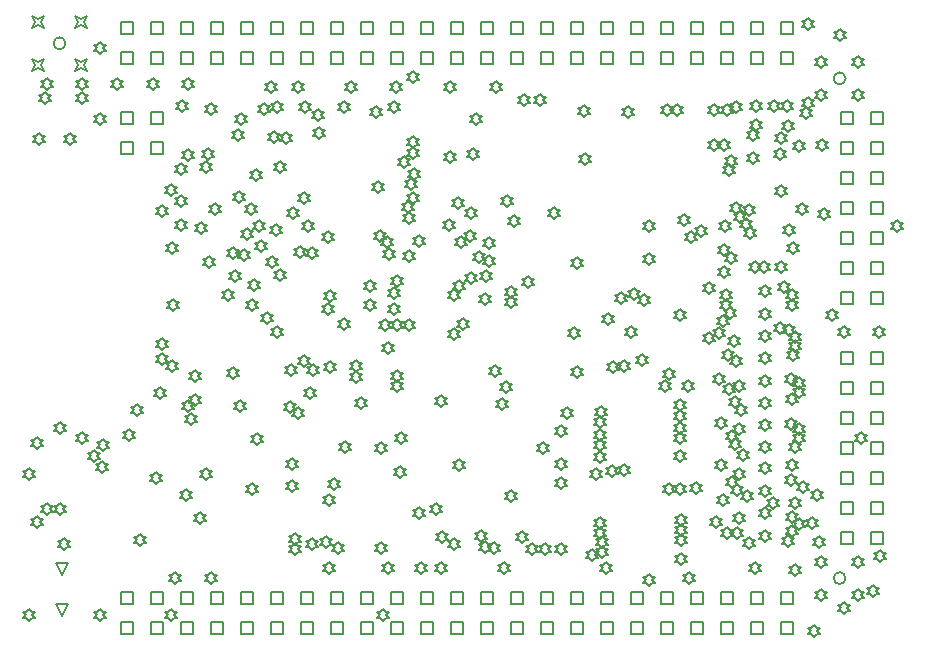
<source format=gbr>
%TF.GenerationSoftware,Altium Limited,Altium Designer,20.2.6 (244)*%
G04 Layer_Color=2752767*
%FSLAX45Y45*%
%MOMM*%
%TF.SameCoordinates,1A285BE7-DF3D-4214-9C7A-F78C9B27F18F*%
%TF.FilePolarity,Positive*%
%TF.FileFunction,Drawing*%
%TF.Part,Single*%
G01*
G75*
%TA.AperFunction,NonConductor*%
%ADD277C,0.12700*%
%ADD278C,0.16933*%
D277*
X7569200Y393700D02*
Y495300D01*
X7670800D01*
Y393700D01*
X7569200D01*
X7315200D02*
Y495300D01*
X7416800D01*
Y393700D01*
X7315200D01*
X7061200D02*
Y495300D01*
X7162800D01*
Y393700D01*
X7061200D01*
X6807200D02*
Y495300D01*
X6908800D01*
Y393700D01*
X6807200D01*
X6553200D02*
Y495300D01*
X6654800D01*
Y393700D01*
X6553200D01*
X6299200D02*
Y495300D01*
X6400800D01*
Y393700D01*
X6299200D01*
X6045200D02*
Y495300D01*
X6146800D01*
Y393700D01*
X6045200D01*
X5791200D02*
Y495300D01*
X5892800D01*
Y393700D01*
X5791200D01*
X5537200D02*
Y495300D01*
X5638800D01*
Y393700D01*
X5537200D01*
X5283200D02*
Y495300D01*
X5384800D01*
Y393700D01*
X5283200D01*
X5029200D02*
Y495300D01*
X5130800D01*
Y393700D01*
X5029200D01*
X4775200D02*
Y495300D01*
X4876800D01*
Y393700D01*
X4775200D01*
X4521200D02*
Y495300D01*
X4622800D01*
Y393700D01*
X4521200D01*
X4267200D02*
Y495300D01*
X4368800D01*
Y393700D01*
X4267200D01*
X4013200D02*
Y495300D01*
X4114800D01*
Y393700D01*
X4013200D01*
X3759200D02*
Y495300D01*
X3860800D01*
Y393700D01*
X3759200D01*
X3505200D02*
Y495300D01*
X3606800D01*
Y393700D01*
X3505200D01*
X3251200D02*
Y495300D01*
X3352800D01*
Y393700D01*
X3251200D01*
X2997200D02*
Y495300D01*
X3098800D01*
Y393700D01*
X2997200D01*
X2743200D02*
Y495300D01*
X2844800D01*
Y393700D01*
X2743200D01*
X2489200D02*
Y495300D01*
X2590800D01*
Y393700D01*
X2489200D01*
X2235200D02*
Y495300D01*
X2336800D01*
Y393700D01*
X2235200D01*
X1981200D02*
Y495300D01*
X2082800D01*
Y393700D01*
X1981200D01*
X7569200Y139700D02*
Y241300D01*
X7670800D01*
Y139700D01*
X7569200D01*
X7315200D02*
Y241300D01*
X7416800D01*
Y139700D01*
X7315200D01*
X7061200D02*
Y241300D01*
X7162800D01*
Y139700D01*
X7061200D01*
X6807200D02*
Y241300D01*
X6908800D01*
Y139700D01*
X6807200D01*
X6553200D02*
Y241300D01*
X6654800D01*
Y139700D01*
X6553200D01*
X6299200D02*
Y241300D01*
X6400800D01*
Y139700D01*
X6299200D01*
X6045200D02*
Y241300D01*
X6146800D01*
Y139700D01*
X6045200D01*
X5791200D02*
Y241300D01*
X5892800D01*
Y139700D01*
X5791200D01*
X5537200D02*
Y241300D01*
X5638800D01*
Y139700D01*
X5537200D01*
X5283200D02*
Y241300D01*
X5384800D01*
Y139700D01*
X5283200D01*
X5029200D02*
Y241300D01*
X5130800D01*
Y139700D01*
X5029200D01*
X4775200D02*
Y241300D01*
X4876800D01*
Y139700D01*
X4775200D01*
X4521200D02*
Y241300D01*
X4622800D01*
Y139700D01*
X4521200D01*
X4267200D02*
Y241300D01*
X4368800D01*
Y139700D01*
X4267200D01*
X4013200D02*
Y241300D01*
X4114800D01*
Y139700D01*
X4013200D01*
X3759200D02*
Y241300D01*
X3860800D01*
Y139700D01*
X3759200D01*
X3505200D02*
Y241300D01*
X3606800D01*
Y139700D01*
X3505200D01*
X3251200D02*
Y241300D01*
X3352800D01*
Y139700D01*
X3251200D01*
X2997200D02*
Y241300D01*
X3098800D01*
Y139700D01*
X2997200D01*
X2743200D02*
Y241300D01*
X2844800D01*
Y139700D01*
X2743200D01*
X2489200D02*
Y241300D01*
X2590800D01*
Y139700D01*
X2489200D01*
X2235200D02*
Y241300D01*
X2336800D01*
Y139700D01*
X2235200D01*
X1981200D02*
Y241300D01*
X2082800D01*
Y139700D01*
X1981200D01*
X7569200Y5219700D02*
Y5321300D01*
X7670800D01*
Y5219700D01*
X7569200D01*
X7315200D02*
Y5321300D01*
X7416800D01*
Y5219700D01*
X7315200D01*
X7061200D02*
Y5321300D01*
X7162800D01*
Y5219700D01*
X7061200D01*
X6807200D02*
Y5321300D01*
X6908800D01*
Y5219700D01*
X6807200D01*
X6553200D02*
Y5321300D01*
X6654800D01*
Y5219700D01*
X6553200D01*
X6299200D02*
Y5321300D01*
X6400800D01*
Y5219700D01*
X6299200D01*
X6045200D02*
Y5321300D01*
X6146800D01*
Y5219700D01*
X6045200D01*
X5791200D02*
Y5321300D01*
X5892800D01*
Y5219700D01*
X5791200D01*
X5537200D02*
Y5321300D01*
X5638800D01*
Y5219700D01*
X5537200D01*
X5283200D02*
Y5321300D01*
X5384800D01*
Y5219700D01*
X5283200D01*
X5029200D02*
Y5321300D01*
X5130800D01*
Y5219700D01*
X5029200D01*
X4775200D02*
Y5321300D01*
X4876800D01*
Y5219700D01*
X4775200D01*
X4521200D02*
Y5321300D01*
X4622800D01*
Y5219700D01*
X4521200D01*
X4267200D02*
Y5321300D01*
X4368800D01*
Y5219700D01*
X4267200D01*
X4013200D02*
Y5321300D01*
X4114800D01*
Y5219700D01*
X4013200D01*
X3759200D02*
Y5321300D01*
X3860800D01*
Y5219700D01*
X3759200D01*
X3505200D02*
Y5321300D01*
X3606800D01*
Y5219700D01*
X3505200D01*
X3251200D02*
Y5321300D01*
X3352800D01*
Y5219700D01*
X3251200D01*
X2997200D02*
Y5321300D01*
X3098800D01*
Y5219700D01*
X2997200D01*
X2743200D02*
Y5321300D01*
X2844800D01*
Y5219700D01*
X2743200D01*
X2489200D02*
Y5321300D01*
X2590800D01*
Y5219700D01*
X2489200D01*
X2235200D02*
Y5321300D01*
X2336800D01*
Y5219700D01*
X2235200D01*
X1981200D02*
Y5321300D01*
X2082800D01*
Y5219700D01*
X1981200D01*
X7569200Y4965700D02*
Y5067300D01*
X7670800D01*
Y4965700D01*
X7569200D01*
X7315200D02*
Y5067300D01*
X7416800D01*
Y4965700D01*
X7315200D01*
X7061200D02*
Y5067300D01*
X7162800D01*
Y4965700D01*
X7061200D01*
X6807200D02*
Y5067300D01*
X6908800D01*
Y4965700D01*
X6807200D01*
X6553200D02*
Y5067300D01*
X6654800D01*
Y4965700D01*
X6553200D01*
X6299200D02*
Y5067300D01*
X6400800D01*
Y4965700D01*
X6299200D01*
X6045200D02*
Y5067300D01*
X6146800D01*
Y4965700D01*
X6045200D01*
X5791200D02*
Y5067300D01*
X5892800D01*
Y4965700D01*
X5791200D01*
X5537200D02*
Y5067300D01*
X5638800D01*
Y4965700D01*
X5537200D01*
X5283200D02*
Y5067300D01*
X5384800D01*
Y4965700D01*
X5283200D01*
X5029200D02*
Y5067300D01*
X5130800D01*
Y4965700D01*
X5029200D01*
X4775200D02*
Y5067300D01*
X4876800D01*
Y4965700D01*
X4775200D01*
X4521200D02*
Y5067300D01*
X4622800D01*
Y4965700D01*
X4521200D01*
X4267200D02*
Y5067300D01*
X4368800D01*
Y4965700D01*
X4267200D01*
X4013200D02*
Y5067300D01*
X4114800D01*
Y4965700D01*
X4013200D01*
X3759200D02*
Y5067300D01*
X3860800D01*
Y4965700D01*
X3759200D01*
X3505200D02*
Y5067300D01*
X3606800D01*
Y4965700D01*
X3505200D01*
X3251200D02*
Y5067300D01*
X3352800D01*
Y4965700D01*
X3251200D01*
X2997200D02*
Y5067300D01*
X3098800D01*
Y4965700D01*
X2997200D01*
X2743200D02*
Y5067300D01*
X2844800D01*
Y4965700D01*
X2743200D01*
X2489200D02*
Y5067300D01*
X2590800D01*
Y4965700D01*
X2489200D01*
X2235200D02*
Y5067300D01*
X2336800D01*
Y4965700D01*
X2235200D01*
X1981200D02*
Y5067300D01*
X2082800D01*
Y4965700D01*
X1981200D01*
X8331200Y902000D02*
Y1003600D01*
X8432800D01*
Y902000D01*
X8331200D01*
Y1156000D02*
Y1257600D01*
X8432800D01*
Y1156000D01*
X8331200D01*
Y1410000D02*
Y1511600D01*
X8432800D01*
Y1410000D01*
X8331200D01*
Y1664000D02*
Y1765600D01*
X8432800D01*
Y1664000D01*
X8331200D01*
Y1918000D02*
Y2019600D01*
X8432800D01*
Y1918000D01*
X8331200D01*
Y2172000D02*
Y2273600D01*
X8432800D01*
Y2172000D01*
X8331200D01*
Y2426000D02*
Y2527600D01*
X8432800D01*
Y2426000D01*
X8331200D01*
X8077200Y902000D02*
Y1003600D01*
X8178800D01*
Y902000D01*
X8077200D01*
Y1156000D02*
Y1257600D01*
X8178800D01*
Y1156000D01*
X8077200D01*
Y1410000D02*
Y1511600D01*
X8178800D01*
Y1410000D01*
X8077200D01*
Y1664000D02*
Y1765600D01*
X8178800D01*
Y1664000D01*
X8077200D01*
Y1918000D02*
Y2019600D01*
X8178800D01*
Y1918000D01*
X8077200D01*
Y2172000D02*
Y2273600D01*
X8178800D01*
Y2172000D01*
X8077200D01*
Y2426000D02*
Y2527600D01*
X8178800D01*
Y2426000D01*
X8077200D01*
X8331200Y2934000D02*
Y3035600D01*
X8432800D01*
Y2934000D01*
X8331200D01*
Y3188000D02*
Y3289600D01*
X8432800D01*
Y3188000D01*
X8331200D01*
Y3442000D02*
Y3543600D01*
X8432800D01*
Y3442000D01*
X8331200D01*
Y3696000D02*
Y3797600D01*
X8432800D01*
Y3696000D01*
X8331200D01*
Y3950000D02*
Y4051600D01*
X8432800D01*
Y3950000D01*
X8331200D01*
Y4204000D02*
Y4305600D01*
X8432800D01*
Y4204000D01*
X8331200D01*
Y4458000D02*
Y4559600D01*
X8432800D01*
Y4458000D01*
X8331200D01*
X8077200Y2934000D02*
Y3035600D01*
X8178800D01*
Y2934000D01*
X8077200D01*
Y3188000D02*
Y3289600D01*
X8178800D01*
Y3188000D01*
X8077200D01*
Y3442000D02*
Y3543600D01*
X8178800D01*
Y3442000D01*
X8077200D01*
Y3696000D02*
Y3797600D01*
X8178800D01*
Y3696000D01*
X8077200D01*
Y3950000D02*
Y4051600D01*
X8178800D01*
Y3950000D01*
X8077200D01*
Y4204000D02*
Y4305600D01*
X8178800D01*
Y4204000D01*
X8077200D01*
Y4458000D02*
Y4559600D01*
X8178800D01*
Y4458000D01*
X8077200D01*
X2235200Y4207600D02*
Y4309200D01*
X2336800D01*
Y4207600D01*
X2235200D01*
X1981200D02*
Y4309200D01*
X2082800D01*
Y4207600D01*
X1981200D01*
X2235200Y4461600D02*
Y4563200D01*
X2336800D01*
Y4461600D01*
X2235200D01*
X1981200D02*
Y4563200D01*
X2082800D01*
Y4461600D01*
X1981200D01*
X1480000Y644200D02*
X1429200Y745800D01*
X1530800D01*
X1480000Y644200D01*
Y294200D02*
X1429200Y395800D01*
X1530800D01*
X1480000Y294200D01*
X3429999Y1344200D02*
X3455399Y1369600D01*
X3480799D01*
X3455399Y1395000D01*
X3480799Y1420400D01*
X3455399D01*
X3429999Y1445800D01*
X3404599Y1420400D01*
X3379199D01*
X3404599Y1395000D01*
X3379199Y1369600D01*
X3404599D01*
X3429999Y1344200D01*
Y1534200D02*
X3455399Y1559600D01*
X3480799D01*
X3455399Y1585000D01*
X3480799Y1610400D01*
X3455399D01*
X3429999Y1635800D01*
X3404599Y1610400D01*
X3379199D01*
X3404599Y1585000D01*
X3379199Y1559600D01*
X3404599D01*
X3429999Y1534200D01*
X7430000Y2804200D02*
X7455400Y2829600D01*
X7480800D01*
X7455400Y2855000D01*
X7480800Y2880400D01*
X7455400D01*
X7430000Y2905800D01*
X7404600Y2880400D01*
X7379200D01*
X7404600Y2855000D01*
X7379200Y2829600D01*
X7404600D01*
X7430000Y2804200D01*
Y2994200D02*
X7455400Y3019600D01*
X7480800D01*
X7455400Y3045000D01*
X7480800Y3070400D01*
X7455400D01*
X7430000Y3095800D01*
X7404600Y3070400D01*
X7379200D01*
X7404600Y3045000D01*
X7379200Y3019600D01*
X7404600D01*
X7430000Y2994200D01*
Y924200D02*
X7455400Y949600D01*
X7480800D01*
X7455400Y975000D01*
X7480800Y1000400D01*
X7455400D01*
X7430000Y1025800D01*
X7404600Y1000400D01*
X7379200D01*
X7404600Y975000D01*
X7379200Y949600D01*
X7404600D01*
X7430000Y924200D01*
Y1114200D02*
X7455400Y1139600D01*
X7480800D01*
X7455400Y1165000D01*
X7480800Y1190400D01*
X7455400D01*
X7430000Y1215800D01*
X7404600Y1190400D01*
X7379200D01*
X7404600Y1165000D01*
X7379200Y1139600D01*
X7404600D01*
X7430000Y1114200D01*
Y1674200D02*
X7455400Y1699600D01*
X7480800D01*
X7455400Y1725000D01*
X7480800Y1750400D01*
X7455400D01*
X7430000Y1775800D01*
X7404600Y1750400D01*
X7379200D01*
X7404600Y1725000D01*
X7379200Y1699600D01*
X7404600D01*
X7430000Y1674200D01*
Y1864200D02*
X7455400Y1889600D01*
X7480800D01*
X7455400Y1915000D01*
X7480800Y1940400D01*
X7455400D01*
X7430000Y1965800D01*
X7404600Y1940400D01*
X7379200D01*
X7404600Y1915000D01*
X7379200Y1889600D01*
X7404600D01*
X7430000Y1864200D01*
Y1304200D02*
X7455400Y1329600D01*
X7480800D01*
X7455400Y1355000D01*
X7480800Y1380400D01*
X7455400D01*
X7430000Y1405800D01*
X7404600Y1380400D01*
X7379200D01*
X7404600Y1355000D01*
X7379200Y1329600D01*
X7404600D01*
X7430000Y1304200D01*
Y1494200D02*
X7455400Y1519600D01*
X7480800D01*
X7455400Y1545000D01*
X7480800Y1570400D01*
X7455400D01*
X7430000Y1595800D01*
X7404600Y1570400D01*
X7379200D01*
X7404600Y1545000D01*
X7379200Y1519600D01*
X7404600D01*
X7430000Y1494200D01*
Y2044200D02*
X7455400Y2069600D01*
X7480800D01*
X7455400Y2095000D01*
X7480800Y2120400D01*
X7455400D01*
X7430000Y2145800D01*
X7404600Y2120400D01*
X7379200D01*
X7404600Y2095000D01*
X7379200Y2069600D01*
X7404600D01*
X7430000Y2044200D01*
Y2234200D02*
X7455400Y2259600D01*
X7480800D01*
X7455400Y2285000D01*
X7480800Y2310400D01*
X7455400D01*
X7430000Y2335800D01*
X7404600Y2310400D01*
X7379200D01*
X7404600Y2285000D01*
X7379200Y2259600D01*
X7404600D01*
X7430000Y2234200D01*
X7330000Y4314200D02*
X7355400Y4339600D01*
X7380800D01*
X7355400Y4365000D01*
X7380800Y4390400D01*
X7355400D01*
X7330000Y4415800D01*
X7304600Y4390400D01*
X7279200D01*
X7304600Y4365000D01*
X7279200Y4339600D01*
X7304600D01*
X7330000Y4314200D01*
Y4124200D02*
X7355400Y4149600D01*
X7380800D01*
X7355400Y4175000D01*
X7380800Y4200400D01*
X7355400D01*
X7330000Y4225800D01*
X7304600Y4200400D01*
X7279200D01*
X7304600Y4175000D01*
X7279200Y4149600D01*
X7304600D01*
X7330000Y4124200D01*
X7430000Y2424200D02*
X7455400Y2449600D01*
X7480800D01*
X7455400Y2475000D01*
X7480800Y2500400D01*
X7455400D01*
X7430000Y2525800D01*
X7404600Y2500400D01*
X7379200D01*
X7404600Y2475000D01*
X7379200Y2449600D01*
X7404600D01*
X7430000Y2424200D01*
Y2614200D02*
X7455400Y2639600D01*
X7480800D01*
X7455400Y2665000D01*
X7480800Y2690400D01*
X7455400D01*
X7430000Y2715800D01*
X7404600Y2690400D01*
X7379200D01*
X7404600Y2665000D01*
X7379200Y2639600D01*
X7404600D01*
X7430000Y2614200D01*
X8224500Y704200D02*
X8249900Y729600D01*
X8275300D01*
X8249900Y755000D01*
X8275300Y780400D01*
X8249900D01*
X8224500Y805800D01*
X8199100Y780400D01*
X8173700D01*
X8199100Y755000D01*
X8173700Y729600D01*
X8199100D01*
X8224500Y704200D01*
Y424200D02*
X8249900Y449600D01*
X8275300D01*
X8249900Y475000D01*
X8275300Y500400D01*
X8249900D01*
X8224500Y525800D01*
X8199100Y500400D01*
X8173700D01*
X8199100Y475000D01*
X8173700Y449600D01*
X8199100D01*
X8224500Y424200D01*
X7904500D02*
X7929900Y449600D01*
X7955300D01*
X7929900Y475000D01*
X7955300Y500400D01*
X7929900D01*
X7904500Y525800D01*
X7879100Y500400D01*
X7853700D01*
X7879100Y475000D01*
X7853700Y449600D01*
X7879100D01*
X7904500Y424200D01*
Y704200D02*
X7929900Y729600D01*
X7955300D01*
X7929900Y755000D01*
X7955300Y780400D01*
X7929900D01*
X7904500Y805800D01*
X7879100Y780400D01*
X7853700D01*
X7879100Y755000D01*
X7853700Y729600D01*
X7879100D01*
X7904500Y704200D01*
X8224500Y4935200D02*
X8249900Y4960600D01*
X8275300D01*
X8249900Y4986000D01*
X8275300Y5011400D01*
X8249900D01*
X8224500Y5036800D01*
X8199100Y5011400D01*
X8173700D01*
X8199100Y4986000D01*
X8173700Y4960600D01*
X8199100D01*
X8224500Y4935200D01*
Y4655200D02*
X8249900Y4680600D01*
X8275300D01*
X8249900Y4706000D01*
X8275300Y4731400D01*
X8249900D01*
X8224500Y4756800D01*
X8199100Y4731400D01*
X8173700D01*
X8199100Y4706000D01*
X8173700Y4680600D01*
X8199100D01*
X8224500Y4655200D01*
X7904500D02*
X7929900Y4680600D01*
X7955300D01*
X7929900Y4706000D01*
X7955300Y4731400D01*
X7929900D01*
X7904500Y4756800D01*
X7879100Y4731400D01*
X7853700D01*
X7879100Y4706000D01*
X7853700Y4680600D01*
X7879100D01*
X7904500Y4655200D01*
Y4935200D02*
X7929900Y4960600D01*
X7955300D01*
X7929900Y4986000D01*
X7955300Y5011400D01*
X7929900D01*
X7904500Y5036800D01*
X7879100Y5011400D01*
X7853700D01*
X7879100Y4986000D01*
X7853700Y4960600D01*
X7879100D01*
X7904500Y4935200D01*
X1589684Y5272700D02*
X1615084Y5323500D01*
X1589684Y5374300D01*
X1640484Y5348900D01*
X1691284Y5374300D01*
X1665884Y5323500D01*
X1691284Y5272700D01*
X1640484Y5298100D01*
X1589684Y5272700D01*
X1590188Y4912700D02*
X1615588Y4963500D01*
X1590188Y5014300D01*
X1640988Y4988900D01*
X1691788Y5014300D01*
X1666388Y4963500D01*
X1691788Y4912700D01*
X1640988Y4938100D01*
X1590188Y4912700D01*
X1229700D02*
X1255100Y4963500D01*
X1229700Y5014300D01*
X1280500Y4988900D01*
X1331300Y5014300D01*
X1305900Y4963500D01*
X1331300Y4912700D01*
X1280500Y4938100D01*
X1229700Y4912700D01*
Y5272700D02*
X1255100Y5323500D01*
X1229700Y5374300D01*
X1280500Y5348900D01*
X1331300Y5374300D01*
X1305900Y5323500D01*
X1331300Y5272700D01*
X1280500Y5298100D01*
X1229700Y5272700D01*
X1290000Y4279200D02*
X1315400Y4304600D01*
X1340800D01*
X1315400Y4330000D01*
X1340800Y4355400D01*
X1315400D01*
X1290000Y4380800D01*
X1264600Y4355400D01*
X1239200D01*
X1264600Y4330000D01*
X1239200Y4304600D01*
X1264600D01*
X1290000Y4279200D01*
X1550000D02*
X1575400Y4304600D01*
X1600800D01*
X1575400Y4330000D01*
X1600800Y4355400D01*
X1575400D01*
X1550000Y4380800D01*
X1524600Y4355400D01*
X1499200D01*
X1524600Y4330000D01*
X1499200Y4304600D01*
X1524600D01*
X1550000Y4279200D01*
X8549997Y3549199D02*
X8575397Y3574599D01*
X8600797D01*
X8575397Y3599999D01*
X8600797Y3625399D01*
X8575397D01*
X8549997Y3650799D01*
X8524597Y3625399D01*
X8499197D01*
X8524597Y3599999D01*
X8499197Y3574599D01*
X8524597D01*
X8549997Y3549199D01*
X8399997Y2649199D02*
X8425397Y2674599D01*
X8450797D01*
X8425397Y2699999D01*
X8450797Y2725399D01*
X8425397D01*
X8399997Y2750799D01*
X8374597Y2725399D01*
X8349197D01*
X8374597Y2699999D01*
X8349197Y2674599D01*
X8374597D01*
X8399997Y2649199D01*
X8099998D02*
X8125398Y2674599D01*
X8150798D01*
X8125398Y2699999D01*
X8150798Y2725399D01*
X8125398D01*
X8099998Y2750799D01*
X8074598Y2725399D01*
X8049198D01*
X8074598Y2699999D01*
X8049198Y2674599D01*
X8074598D01*
X8099998Y2649199D01*
X8249997Y1749199D02*
X8275397Y1774599D01*
X8300797D01*
X8275397Y1799999D01*
X8300797Y1825399D01*
X8275397D01*
X8249997Y1850799D01*
X8224597Y1825399D01*
X8199197D01*
X8224597Y1799999D01*
X8199197Y1774599D01*
X8224597D01*
X8249997Y1749199D01*
X6449998Y3549199D02*
X6475398Y3574599D01*
X6500798D01*
X6475398Y3599999D01*
X6500798Y3625399D01*
X6475398D01*
X6449998Y3650799D01*
X6424598Y3625399D01*
X6399198D01*
X6424598Y3599999D01*
X6399198Y3574599D01*
X6424598D01*
X6449998Y3549199D01*
X6299998Y2649199D02*
X6325398Y2674599D01*
X6350798D01*
X6325398Y2699999D01*
X6350798Y2725399D01*
X6325398D01*
X6299998Y2750799D01*
X6274598Y2725399D01*
X6249198D01*
X6274598Y2699999D01*
X6249198Y2674599D01*
X6274598D01*
X6299998Y2649199D01*
X6449998Y549200D02*
X6475398Y574600D01*
X6500798D01*
X6475398Y600000D01*
X6500798Y625400D01*
X6475398D01*
X6449998Y650800D01*
X6424598Y625400D01*
X6399198D01*
X6424598Y600000D01*
X6399198Y574600D01*
X6424598D01*
X6449998Y549200D01*
X5999998Y1449200D02*
X6025398Y1474600D01*
X6050798D01*
X6025398Y1500000D01*
X6050798Y1525400D01*
X6025398D01*
X5999998Y1550800D01*
X5974598Y1525400D01*
X5949198D01*
X5974598Y1500000D01*
X5949198Y1474600D01*
X5974598D01*
X5999998Y1449200D01*
X5099998Y3249199D02*
X5125398Y3274599D01*
X5150798D01*
X5125398Y3299999D01*
X5150798Y3325399D01*
X5125398D01*
X5099998Y3350799D01*
X5074598Y3325399D01*
X5049198D01*
X5074598Y3299999D01*
X5049198Y3274599D01*
X5074598D01*
X5099998Y3249199D01*
X4799999Y849200D02*
X4825399Y874600D01*
X4850799D01*
X4825399Y900000D01*
X4850799Y925400D01*
X4825399D01*
X4799999Y950800D01*
X4774599Y925400D01*
X4749199D01*
X4774599Y900000D01*
X4749199Y874600D01*
X4774599D01*
X4799999Y849200D01*
X4649999Y1149200D02*
X4675399Y1174600D01*
X4700799D01*
X4675399Y1200000D01*
X4700799Y1225400D01*
X4675399D01*
X4649999Y1250800D01*
X4624599Y1225400D01*
X4599199D01*
X4624599Y1200000D01*
X4599199Y1174600D01*
X4624599D01*
X4649999Y1149200D01*
X4349999Y1749199D02*
X4375399Y1774599D01*
X4400799D01*
X4375399Y1799999D01*
X4400799Y1825399D01*
X4375399D01*
X4349999Y1850799D01*
X4324599Y1825399D01*
X4299199D01*
X4324599Y1799999D01*
X4299199Y1774599D01*
X4324599D01*
X4349999Y1749199D01*
X4199999Y249200D02*
X4225399Y274600D01*
X4250799D01*
X4225399Y300000D01*
X4250799Y325400D01*
X4225399D01*
X4199999Y350800D01*
X4174599Y325400D01*
X4149199D01*
X4174599Y300000D01*
X4149199Y274600D01*
X4174599D01*
X4199999Y249200D01*
X3749999Y2949199D02*
X3775399Y2974599D01*
X3800799D01*
X3775399Y2999999D01*
X3800799Y3025399D01*
X3775399D01*
X3749999Y3050799D01*
X3724599Y3025399D01*
X3699199D01*
X3724599Y2999999D01*
X3699199Y2974599D01*
X3724599D01*
X3749999Y2949199D01*
Y2349199D02*
X3775399Y2374599D01*
X3800799D01*
X3775399Y2399999D01*
X3800799Y2425399D01*
X3775399D01*
X3749999Y2450799D01*
X3724599Y2425399D01*
X3699199D01*
X3724599Y2399999D01*
X3699199Y2374599D01*
X3724599D01*
X3749999Y2349199D01*
X3599999Y849200D02*
X3625399Y874600D01*
X3650799D01*
X3625399Y900000D01*
X3650799Y925400D01*
X3625399D01*
X3599999Y950800D01*
X3574599Y925400D01*
X3549199D01*
X3574599Y900000D01*
X3549199Y874600D01*
X3574599D01*
X3599999Y849200D01*
X3299999Y2649199D02*
X3325399Y2674599D01*
X3350799D01*
X3325399Y2699999D01*
X3350799Y2725399D01*
X3325399D01*
X3299999Y2750799D01*
X3274599Y2725399D01*
X3249199D01*
X3274599Y2699999D01*
X3249199Y2674599D01*
X3274599D01*
X3299999Y2649199D01*
X2999999Y4449199D02*
X3025399Y4474599D01*
X3050799D01*
X3025399Y4499999D01*
X3050799Y4525399D01*
X3025399D01*
X2999999Y4550799D01*
X2974599Y4525399D01*
X2949199D01*
X2974599Y4499999D01*
X2949199Y4474599D01*
X2974599D01*
X2999999Y4449199D01*
X3149999Y3549199D02*
X3175399Y3574599D01*
X3200799D01*
X3175399Y3599999D01*
X3200799Y3625399D01*
X3175399D01*
X3149999Y3650799D01*
X3124599Y3625399D01*
X3099199D01*
X3124599Y3599999D01*
X3099199Y3574599D01*
X3124599D01*
X3149999Y3549199D01*
X2699999Y1449200D02*
X2725399Y1474600D01*
X2750799D01*
X2725399Y1500000D01*
X2750799Y1525400D01*
X2725399D01*
X2699999Y1550800D01*
X2674599Y1525400D01*
X2649199D01*
X2674599Y1500000D01*
X2649199Y1474600D01*
X2674599D01*
X2699999Y1449200D01*
X2549999Y4749199D02*
X2575399Y4774599D01*
X2600799D01*
X2575399Y4799999D01*
X2600799Y4825399D01*
X2575399D01*
X2549999Y4850799D01*
X2524599Y4825399D01*
X2499199D01*
X2524599Y4799999D01*
X2499199Y4774599D01*
X2524599D01*
X2549999Y4749199D01*
Y4149199D02*
X2575399Y4174599D01*
X2600799D01*
X2575399Y4199999D01*
X2600799Y4225399D01*
X2575399D01*
X2549999Y4250799D01*
X2524599Y4225399D01*
X2499199D01*
X2524599Y4199999D01*
X2499199Y4174599D01*
X2524599D01*
X2549999Y4149199D01*
X2399999Y3849199D02*
X2425399Y3874599D01*
X2450799D01*
X2425399Y3899999D01*
X2450799Y3925399D01*
X2425399D01*
X2399999Y3950799D01*
X2374599Y3925399D01*
X2349199D01*
X2374599Y3899999D01*
X2349199Y3874599D01*
X2374599D01*
X2399999Y3849199D01*
Y249200D02*
X2425399Y274600D01*
X2450799D01*
X2425399Y300000D01*
X2450799Y325400D01*
X2425399D01*
X2399999Y350800D01*
X2374599Y325400D01*
X2349199D01*
X2374599Y300000D01*
X2349199Y274600D01*
X2374599D01*
X2399999Y249200D01*
X2249999Y4749199D02*
X2275399Y4774599D01*
X2300799D01*
X2275399Y4799999D01*
X2300799Y4825399D01*
X2275399D01*
X2249999Y4850799D01*
X2224599Y4825399D01*
X2199199D01*
X2224599Y4799999D01*
X2199199Y4774599D01*
X2224599D01*
X2249999Y4749199D01*
X1799999Y5049198D02*
X1825399Y5074598D01*
X1850799D01*
X1825399Y5099998D01*
X1850799Y5125398D01*
X1825399D01*
X1799999Y5150798D01*
X1774599Y5125398D01*
X1749199D01*
X1774599Y5099998D01*
X1749199Y5074598D01*
X1774599D01*
X1799999Y5049198D01*
X1949999Y4749199D02*
X1975399Y4774599D01*
X2000799D01*
X1975399Y4799999D01*
X2000799Y4825399D01*
X1975399D01*
X1949999Y4850799D01*
X1924599Y4825399D01*
X1899199D01*
X1924599Y4799999D01*
X1899199Y4774599D01*
X1924599D01*
X1949999Y4749199D01*
X1799999Y4449199D02*
X1825399Y4474599D01*
X1850799D01*
X1825399Y4499999D01*
X1850799Y4525399D01*
X1825399D01*
X1799999Y4550799D01*
X1774599Y4525399D01*
X1749199D01*
X1774599Y4499999D01*
X1749199Y4474599D01*
X1774599D01*
X1799999Y4449199D01*
Y249200D02*
X1825399Y274600D01*
X1850799D01*
X1825399Y300000D01*
X1850799Y325400D01*
X1825399D01*
X1799999Y350800D01*
X1774599Y325400D01*
X1749199D01*
X1774599Y300000D01*
X1749199Y274600D01*
X1774599D01*
X1799999Y249200D01*
X1649999Y4749199D02*
X1675399Y4774599D01*
X1700799D01*
X1675399Y4799999D01*
X1700799Y4825399D01*
X1675399D01*
X1649999Y4850799D01*
X1624599Y4825399D01*
X1599199D01*
X1624599Y4799999D01*
X1599199Y4774599D01*
X1624599D01*
X1649999Y4749199D01*
Y1749199D02*
X1675399Y1774599D01*
X1700799D01*
X1675399Y1799999D01*
X1700799Y1825399D01*
X1675399D01*
X1649999Y1850799D01*
X1624599Y1825399D01*
X1599199D01*
X1624599Y1799999D01*
X1599199Y1774599D01*
X1624599D01*
X1649999Y1749199D01*
X1500000Y849200D02*
X1525400Y874600D01*
X1550800D01*
X1525400Y900000D01*
X1550800Y925400D01*
X1525400D01*
X1500000Y950800D01*
X1474600Y925400D01*
X1449200D01*
X1474600Y900000D01*
X1449200Y874600D01*
X1474600D01*
X1500000Y849200D01*
X1350000Y4749199D02*
X1375400Y4774599D01*
X1400800D01*
X1375400Y4799999D01*
X1400800Y4825399D01*
X1375400D01*
X1350000Y4850799D01*
X1324600Y4825399D01*
X1299200D01*
X1324600Y4799999D01*
X1299200Y4774599D01*
X1324600D01*
X1350000Y4749199D01*
X1200000Y1449200D02*
X1225400Y1474600D01*
X1250800D01*
X1225400Y1500000D01*
X1250800Y1525400D01*
X1225400D01*
X1200000Y1550800D01*
X1174600Y1525400D01*
X1149200D01*
X1174600Y1500000D01*
X1149200Y1474600D01*
X1174600D01*
X1200000Y1449200D01*
X1350000Y1149200D02*
X1375400Y1174600D01*
X1400800D01*
X1375400Y1200000D01*
X1400800Y1225400D01*
X1375400D01*
X1350000Y1250800D01*
X1324600Y1225400D01*
X1299200D01*
X1324600Y1200000D01*
X1299200Y1174600D01*
X1324600D01*
X1350000Y1149200D01*
X1200000Y249200D02*
X1225400Y274600D01*
X1250800D01*
X1225400Y300000D01*
X1250800Y325400D01*
X1225400D01*
X1200000Y350800D01*
X1174600Y325400D01*
X1149200D01*
X1174600Y300000D01*
X1149200Y274600D01*
X1174600D01*
X1200000Y249200D01*
X5530000Y4609200D02*
X5555400Y4634600D01*
X5580800D01*
X5555400Y4660000D01*
X5580800Y4685400D01*
X5555400D01*
X5530000Y4710800D01*
X5504600Y4685400D01*
X5479200D01*
X5504600Y4660000D01*
X5479200Y4634600D01*
X5504600D01*
X5530000Y4609200D01*
X5900000Y4521700D02*
X5925400Y4547100D01*
X5950800D01*
X5925400Y4572500D01*
X5950800Y4597900D01*
X5925400D01*
X5900000Y4623300D01*
X5874600Y4597900D01*
X5849200D01*
X5874600Y4572500D01*
X5849200Y4547100D01*
X5874600D01*
X5900000Y4521700D01*
X6710253Y1834514D02*
X6735653Y1859914D01*
X6761053D01*
X6735653Y1885314D01*
X6761053Y1910714D01*
X6735653D01*
X6710253Y1936114D01*
X6684853Y1910714D01*
X6659453D01*
X6684853Y1885314D01*
X6659453Y1859914D01*
X6684853D01*
X6710253Y1834514D01*
X7130000Y2169200D02*
X7155400Y2194600D01*
X7180800D01*
X7155400Y2220000D01*
X7180800Y2245400D01*
X7155400D01*
X7130000Y2270800D01*
X7104600Y2245400D01*
X7079200D01*
X7104600Y2220000D01*
X7079200Y2194600D01*
X7104600D01*
X7130000Y2169200D01*
X7800000Y5259200D02*
X7825400Y5284600D01*
X7850800D01*
X7825400Y5310000D01*
X7850800Y5335400D01*
X7825400D01*
X7800000Y5360800D01*
X7774600Y5335400D01*
X7749200D01*
X7774600Y5310000D01*
X7749200Y5284600D01*
X7774600D01*
X7800000Y5259200D01*
X8100000Y309200D02*
X8125400Y334600D01*
X8150800D01*
X8125400Y360000D01*
X8150800Y385400D01*
X8125400D01*
X8100000Y410800D01*
X8074600Y385400D01*
X8049200D01*
X8074600Y360000D01*
X8049200Y334600D01*
X8074600D01*
X8100000Y309200D01*
X7502500Y1201566D02*
X7527900Y1226966D01*
X7553300D01*
X7527900Y1252366D01*
X7553300Y1277766D01*
X7527900D01*
X7502500Y1303166D01*
X7477100Y1277766D01*
X7451700D01*
X7477100Y1252366D01*
X7451700Y1226966D01*
X7477100D01*
X7502500Y1201566D01*
X7689985Y1199198D02*
X7715385Y1224597D01*
X7740785D01*
X7715385Y1249997D01*
X7740785Y1275398D01*
X7715385D01*
X7689985Y1300798D01*
X7664585Y1275398D01*
X7639185D01*
X7664585Y1249997D01*
X7639185Y1224597D01*
X7664585D01*
X7689985Y1199198D01*
X7200284Y1310840D02*
X7225684Y1336240D01*
X7251084D01*
X7225684Y1361640D01*
X7251084Y1387040D01*
X7225684D01*
X7200284Y1412440D01*
X7174884Y1387040D01*
X7149484D01*
X7174884Y1361640D01*
X7149484Y1336240D01*
X7174884D01*
X7200284Y1310840D01*
X7280000Y1256700D02*
X7305400Y1282100D01*
X7330800D01*
X7305400Y1307500D01*
X7330800Y1332900D01*
X7305400D01*
X7280000Y1358300D01*
X7254600Y1332900D01*
X7229200D01*
X7254600Y1307500D01*
X7229200Y1282100D01*
X7254600D01*
X7280000Y1256700D01*
X7649985Y1399197D02*
X7675385Y1424597D01*
X7700785D01*
X7675385Y1449997D01*
X7700785Y1475397D01*
X7675385D01*
X7649985Y1500797D01*
X7624585Y1475397D01*
X7599185D01*
X7624585Y1449997D01*
X7599185Y1424597D01*
X7624585D01*
X7649985Y1399197D01*
X7870000Y1269200D02*
X7895400Y1294600D01*
X7920800D01*
X7895400Y1320000D01*
X7920800Y1345400D01*
X7895400D01*
X7870000Y1370800D01*
X7844600Y1345400D01*
X7819200D01*
X7844600Y1320000D01*
X7819200Y1294600D01*
X7844600D01*
X7870000Y1269200D01*
X7754146Y1336700D02*
X7779546Y1362100D01*
X7804946D01*
X7779546Y1387500D01*
X7804946Y1412900D01*
X7779546D01*
X7754146Y1438300D01*
X7728746Y1412900D01*
X7703346D01*
X7728746Y1387500D01*
X7703346Y1362100D01*
X7728746D01*
X7754146Y1336700D01*
X7360000Y4399200D02*
X7385400Y4424600D01*
X7410800D01*
X7385400Y4450000D01*
X7410800Y4475400D01*
X7385400D01*
X7360000Y4500800D01*
X7334600Y4475400D01*
X7309200D01*
X7334600Y4450000D01*
X7309200Y4424600D01*
X7334600D01*
X7360000Y4399200D01*
Y4559200D02*
X7385400Y4584600D01*
X7410800D01*
X7385400Y4610000D01*
X7410800Y4635400D01*
X7385400D01*
X7360000Y4660800D01*
X7334600Y4635400D01*
X7309200D01*
X7334600Y4610000D01*
X7309200Y4584600D01*
X7334600D01*
X7360000Y4559200D01*
X7000000Y4233238D02*
X7025400Y4258638D01*
X7050800D01*
X7025400Y4284038D01*
X7050800Y4309438D01*
X7025400D01*
X7000000Y4334838D01*
X6974600Y4309438D01*
X6949200D01*
X6974600Y4284038D01*
X6949200Y4258638D01*
X6974600D01*
X7000000Y4233238D01*
X7189986Y2399195D02*
X7215386Y2424595D01*
X7240786D01*
X7215386Y2449995D01*
X7240786Y2475395D01*
X7215386D01*
X7189986Y2500795D01*
X7164586Y2475395D01*
X7139186D01*
X7164586Y2449995D01*
X7139186Y2424595D01*
X7164586D01*
X7189986Y2399195D01*
X7120000Y2449200D02*
X7145400Y2474600D01*
X7170800D01*
X7145400Y2500000D01*
X7170800Y2525400D01*
X7145400D01*
X7120000Y2550800D01*
X7094600Y2525400D01*
X7069200D01*
X7094600Y2500000D01*
X7069200Y2474600D01*
X7094600D01*
X7120000Y2449200D01*
X7040000Y2249200D02*
X7065400Y2274600D01*
X7090800D01*
X7065400Y2300000D01*
X7090800Y2325400D01*
X7065400D01*
X7040000Y2350800D01*
X7014600Y2325400D01*
X6989200D01*
X7014600Y2300000D01*
X6989200Y2274600D01*
X7014600D01*
X7040000Y2249200D01*
Y2639200D02*
X7065400Y2664600D01*
X7090800D01*
X7065400Y2690000D01*
X7090800Y2715400D01*
X7065400D01*
X7040000Y2740800D01*
X7014600Y2715400D01*
X6989200D01*
X7014600Y2690000D01*
X6989200Y2664600D01*
X7014600D01*
X7040000Y2639200D01*
X6960000Y2599200D02*
X6985400Y2624600D01*
X7010800D01*
X6985400Y2650000D01*
X7010800Y2675400D01*
X6985400D01*
X6960000Y2700800D01*
X6934600Y2675400D01*
X6909200D01*
X6934600Y2650000D01*
X6909200Y2624600D01*
X6934600D01*
X6960000Y2599200D01*
X7169986Y2569195D02*
X7195386Y2594595D01*
X7220786D01*
X7195386Y2619995D01*
X7220786Y2645395D01*
X7195386D01*
X7169986Y2670795D01*
X7144586Y2645395D01*
X7119186D01*
X7144586Y2619995D01*
X7119186Y2594595D01*
X7144586D01*
X7169986Y2569195D01*
X7080000Y2739200D02*
X7105400Y2764600D01*
X7130800D01*
X7105400Y2790000D01*
X7130800Y2815400D01*
X7105400D01*
X7080000Y2840800D01*
X7054600Y2815400D01*
X7029200D01*
X7054600Y2790000D01*
X7029200Y2764600D01*
X7054600D01*
X7080000Y2739200D01*
X7090000Y4229200D02*
X7115400Y4254600D01*
X7140800D01*
X7115400Y4280000D01*
X7140800Y4305400D01*
X7115400D01*
X7090000Y4330800D01*
X7064600Y4305400D01*
X7039200D01*
X7064600Y4280000D01*
X7039200Y4254600D01*
X7064600D01*
X7090000Y4229200D01*
X7142717Y4093103D02*
X7168117Y4118503D01*
X7193517D01*
X7168117Y4143903D01*
X7193517Y4169303D01*
X7168117D01*
X7142717Y4194703D01*
X7117317Y4169303D01*
X7091917D01*
X7117317Y4143903D01*
X7091917Y4118503D01*
X7117317D01*
X7142717Y4093103D01*
X7129986Y4019192D02*
X7155386Y4044592D01*
X7180786D01*
X7155386Y4069992D01*
X7180786Y4095392D01*
X7155386D01*
X7129986Y4120792D01*
X7104586Y4095392D01*
X7079186D01*
X7104586Y4069992D01*
X7079186Y4044592D01*
X7104586D01*
X7129986Y4019192D01*
X3870000Y4549200D02*
X3895400Y4574600D01*
X3920800D01*
X3895400Y4600000D01*
X3920800Y4625400D01*
X3895400D01*
X3870000Y4650800D01*
X3844600Y4625400D01*
X3819200D01*
X3844600Y4600000D01*
X3819200Y4574600D01*
X3844600D01*
X3870000Y4549200D01*
X4140000Y4509200D02*
X4165400Y4534600D01*
X4190800D01*
X4165400Y4560000D01*
X4190800Y4585400D01*
X4165400D01*
X4140000Y4610800D01*
X4114600Y4585400D01*
X4089200D01*
X4114600Y4560000D01*
X4089200Y4534600D01*
X4114600D01*
X4140000Y4509200D01*
X4290000Y4549200D02*
X4315400Y4574600D01*
X4340800D01*
X4315400Y4600000D01*
X4340800Y4625400D01*
X4315400D01*
X4290000Y4650800D01*
X4264600Y4625400D01*
X4239200D01*
X4264600Y4600000D01*
X4239200Y4574600D01*
X4264600D01*
X4290000Y4549200D01*
X4310000Y4721700D02*
X4335400Y4747100D01*
X4360800D01*
X4335400Y4772500D01*
X4360800Y4797900D01*
X4335400D01*
X4310000Y4823300D01*
X4284600Y4797900D01*
X4259200D01*
X4284600Y4772500D01*
X4259200Y4747100D01*
X4284600D01*
X4310000Y4721700D01*
X5380000Y909200D02*
X5405400Y934600D01*
X5430800D01*
X5405400Y960000D01*
X5430800Y985400D01*
X5405400D01*
X5380000Y1010800D01*
X5354600Y985400D01*
X5329200D01*
X5354600Y960000D01*
X5329200Y934600D01*
X5354600D01*
X5380000Y909200D01*
X5460000Y809200D02*
X5485400Y834600D01*
X5510800D01*
X5485400Y860000D01*
X5510800Y885400D01*
X5485400D01*
X5460000Y910800D01*
X5434600Y885400D01*
X5409200D01*
X5434600Y860000D01*
X5409200Y834600D01*
X5434600D01*
X5460000Y809200D01*
X5760000Y1959200D02*
X5785400Y1984600D01*
X5810800D01*
X5785400Y2010000D01*
X5810800Y2035400D01*
X5785400D01*
X5760000Y2060800D01*
X5734600Y2035400D01*
X5709200D01*
X5734600Y2010000D01*
X5709200Y1984600D01*
X5734600D01*
X5760000Y1959200D01*
X4169999Y3463247D02*
X4195399Y3488647D01*
X4220799D01*
X4195399Y3514047D01*
X4220799Y3539447D01*
X4195399D01*
X4169999Y3564847D01*
X4144599Y3539447D01*
X4119199D01*
X4144599Y3514047D01*
X4119199Y3488647D01*
X4144599D01*
X4169999Y3463247D01*
X4230000Y3409200D02*
X4255400Y3434600D01*
X4280800D01*
X4255400Y3460000D01*
X4280800Y3485400D01*
X4255400D01*
X4230000Y3510800D01*
X4204600Y3485400D01*
X4179200D01*
X4204600Y3460000D01*
X4179200Y3434600D01*
X4204600D01*
X4230000Y3409200D01*
X4410000Y3709200D02*
X4435400Y3734600D01*
X4460800D01*
X4435400Y3760000D01*
X4460800Y3785400D01*
X4435400D01*
X4410000Y3810800D01*
X4384600Y3785400D01*
X4359200D01*
X4384600Y3760000D01*
X4359200Y3734600D01*
X4384600D01*
X4410000Y3709200D01*
X4420000Y3609200D02*
X4445400Y3634600D01*
X4470800D01*
X4445400Y3660000D01*
X4470800Y3685400D01*
X4445400D01*
X4420000Y3710800D01*
X4394600Y3685400D01*
X4369200D01*
X4394600Y3660000D01*
X4369200Y3634600D01*
X4394600D01*
X4420000Y3609200D01*
X4500000Y3419200D02*
X4525400Y3444600D01*
X4550800D01*
X4525400Y3470000D01*
X4550800Y3495400D01*
X4525400D01*
X4500000Y3520800D01*
X4474600Y3495400D01*
X4449200D01*
X4474600Y3470000D01*
X4449200Y3444600D01*
X4474600D01*
X4500000Y3419200D01*
X7350000Y3198451D02*
X7375400Y3223851D01*
X7400800D01*
X7375400Y3249251D01*
X7400800Y3274651D01*
X7375400D01*
X7350000Y3300051D01*
X7324600Y3274651D01*
X7299200D01*
X7324600Y3249251D01*
X7299200Y3223851D01*
X7324600D01*
X7350000Y3198451D01*
X7426750D02*
X7452150Y3223851D01*
X7477550D01*
X7452150Y3249251D01*
X7477550Y3274651D01*
X7452150D01*
X7426750Y3300051D01*
X7401350Y3274651D01*
X7375950D01*
X7401350Y3249251D01*
X7375950Y3223851D01*
X7401350D01*
X7426750Y3198451D01*
X7566184D02*
X7591584Y3223851D01*
X7616984D01*
X7591584Y3249251D01*
X7616984Y3274651D01*
X7591584D01*
X7566184Y3300051D01*
X7540784Y3274651D01*
X7515384D01*
X7540784Y3249251D01*
X7515384Y3223851D01*
X7540784D01*
X7566184Y3198451D01*
X7590000Y3029200D02*
X7615400Y3054600D01*
X7640800D01*
X7615400Y3080000D01*
X7640800Y3105400D01*
X7615400D01*
X7590000Y3130800D01*
X7564600Y3105400D01*
X7539200D01*
X7564600Y3080000D01*
X7539200Y3054600D01*
X7564600D01*
X7590000Y3029200D01*
X7658087Y2961113D02*
X7683487Y2986513D01*
X7708887D01*
X7683487Y3011913D01*
X7708887Y3037313D01*
X7683487D01*
X7658087Y3062713D01*
X7632687Y3037313D01*
X7607287D01*
X7632687Y3011913D01*
X7607287Y2986513D01*
X7632687D01*
X7658087Y2961113D01*
X7141317Y3270517D02*
X7166717Y3295917D01*
X7192117D01*
X7166717Y3321317D01*
X7192117Y3346717D01*
X7166717D01*
X7141317Y3372117D01*
X7115917Y3346717D01*
X7090517D01*
X7115917Y3321317D01*
X7090517Y3295917D01*
X7115917D01*
X7141317Y3270517D01*
X7100000Y2959200D02*
X7125400Y2984600D01*
X7150800D01*
X7125400Y3010000D01*
X7150800Y3035400D01*
X7125400D01*
X7100000Y3060800D01*
X7074600Y3035400D01*
X7049200D01*
X7074600Y3010000D01*
X7049200Y2984600D01*
X7074600D01*
X7100000Y2959200D01*
X7640000Y2669200D02*
X7665400Y2694600D01*
X7690800D01*
X7665400Y2720000D01*
X7690800Y2745400D01*
X7665400D01*
X7640000Y2770800D01*
X7614600Y2745400D01*
X7589200D01*
X7614600Y2720000D01*
X7589200Y2694600D01*
X7614600D01*
X7640000Y2669200D01*
X7689985Y2609195D02*
X7715385Y2634595D01*
X7740785D01*
X7715385Y2659995D01*
X7740785Y2685395D01*
X7715385D01*
X7689985Y2710795D01*
X7664585Y2685395D01*
X7639185D01*
X7664585Y2659995D01*
X7639185Y2634595D01*
X7664585D01*
X7689985Y2609195D01*
Y2529195D02*
X7715385Y2554595D01*
X7740785D01*
X7715385Y2579995D01*
X7740785Y2605395D01*
X7715385D01*
X7689985Y2630795D01*
X7664585Y2605395D01*
X7639185D01*
X7664585Y2579995D01*
X7639185Y2554595D01*
X7664585D01*
X7689985Y2529195D01*
X7560000Y2679200D02*
X7585400Y2704600D01*
X7610800D01*
X7585400Y2730000D01*
X7610800Y2755400D01*
X7585400D01*
X7560000Y2780800D01*
X7534600Y2755400D01*
X7509200D01*
X7534600Y2730000D01*
X7509200Y2704600D01*
X7534600D01*
X7560000Y2679200D01*
X7670000Y2449200D02*
X7695400Y2474600D01*
X7720800D01*
X7695400Y2500000D01*
X7720800Y2525400D01*
X7695400D01*
X7670000Y2550800D01*
X7644600Y2525400D01*
X7619200D01*
X7644600Y2500000D01*
X7619200Y2474600D01*
X7644600D01*
X7670000Y2449200D01*
X7209986Y1824191D02*
X7235386Y1849591D01*
X7260786D01*
X7235386Y1874991D01*
X7260786Y1900391D01*
X7235386D01*
X7209986Y1925791D01*
X7184586Y1900391D01*
X7159186D01*
X7184586Y1874991D01*
X7159186Y1849591D01*
X7184586D01*
X7209986Y1824191D01*
X7182123Y1697077D02*
X7207523Y1722477D01*
X7232923D01*
X7207523Y1747877D01*
X7232923Y1773277D01*
X7207523D01*
X7182123Y1798677D01*
X7156723Y1773277D01*
X7131323D01*
X7156723Y1747877D01*
X7131323Y1722477D01*
X7156723D01*
X7182123Y1697077D01*
X7150000Y1379200D02*
X7175400Y1404600D01*
X7200800D01*
X7175400Y1430000D01*
X7200800Y1455400D01*
X7175400D01*
X7150000Y1480800D01*
X7124600Y1455400D01*
X7099200D01*
X7124600Y1430000D01*
X7099200Y1404600D01*
X7124600D01*
X7150000Y1379200D01*
X7060000Y1519200D02*
X7085400Y1544600D01*
X7110800D01*
X7085400Y1570000D01*
X7110800Y1595400D01*
X7085400D01*
X7060000Y1620800D01*
X7034600Y1595400D01*
X7009200D01*
X7034600Y1570000D01*
X7009200Y1544600D01*
X7034600D01*
X7060000Y1519200D01*
Y1879200D02*
X7085400Y1904600D01*
X7110800D01*
X7085400Y1930000D01*
X7110800Y1955400D01*
X7085400D01*
X7060000Y1980800D01*
X7034600Y1955400D01*
X7009200D01*
X7034600Y1930000D01*
X7009200Y1904600D01*
X7034600D01*
X7060000Y1879200D01*
X7181317Y2057883D02*
X7206717Y2083283D01*
X7232117D01*
X7206717Y2108683D01*
X7232117Y2134083D01*
X7206717D01*
X7181317Y2159483D01*
X7155917Y2134083D01*
X7130517D01*
X7155917Y2108683D01*
X7130517Y2083283D01*
X7155917D01*
X7181317Y2057883D01*
X7229986Y1989196D02*
X7255386Y2014596D01*
X7280786D01*
X7255386Y2039996D01*
X7280786Y2065396D01*
X7255386D01*
X7229986Y2090796D01*
X7204586Y2065396D01*
X7179186D01*
X7204586Y2039996D01*
X7179186Y2014596D01*
X7204586D01*
X7229986Y1989196D01*
X7109986Y949198D02*
X7135386Y974598D01*
X7160786D01*
X7135386Y999998D01*
X7160786Y1025398D01*
X7135386D01*
X7109986Y1050798D01*
X7084586Y1025398D01*
X7059186D01*
X7084586Y999998D01*
X7059186Y974598D01*
X7084586D01*
X7109986Y949198D01*
X7200000Y949200D02*
X7225400Y974600D01*
X7250800D01*
X7225400Y1000000D01*
X7250800Y1025400D01*
X7225400D01*
X7200000Y1050800D01*
X7174600Y1025400D01*
X7149200D01*
X7174600Y1000000D01*
X7149200Y974600D01*
X7174600D01*
X7200000Y949200D01*
X7019342Y1039858D02*
X7044742Y1065258D01*
X7070142D01*
X7044742Y1090658D01*
X7070142Y1116058D01*
X7044742D01*
X7019342Y1141458D01*
X6993942Y1116058D01*
X6968542D01*
X6993942Y1090658D01*
X6968542Y1065258D01*
X6993942D01*
X7019342Y1039858D01*
X7210000Y1071700D02*
X7235400Y1097100D01*
X7260800D01*
X7235400Y1122500D01*
X7260800Y1147900D01*
X7235400D01*
X7210000Y1173300D01*
X7184600Y1147900D01*
X7159200D01*
X7184600Y1122500D01*
X7159200Y1097100D01*
X7184600D01*
X7210000Y1071700D01*
X7300000Y859200D02*
X7325400Y884600D01*
X7350800D01*
X7325400Y910000D01*
X7350800Y935400D01*
X7325400D01*
X7300000Y960800D01*
X7274600Y935400D01*
X7249200D01*
X7274600Y910000D01*
X7249200Y884600D01*
X7274600D01*
X7300000Y859200D01*
X7209986Y1449197D02*
X7235386Y1474597D01*
X7260786D01*
X7235386Y1499997D01*
X7260786Y1525397D01*
X7235386D01*
X7209986Y1550797D01*
X7184586Y1525397D01*
X7159186D01*
X7184586Y1499997D01*
X7159186Y1474597D01*
X7184586D01*
X7209986Y1449197D01*
X4249991Y3309193D02*
X4275391Y3334593D01*
X4300791D01*
X4275391Y3359993D01*
X4300791Y3385393D01*
X4275391D01*
X4249991Y3410793D01*
X4224591Y3385393D01*
X4199191D01*
X4224591Y3359993D01*
X4199191Y3334593D01*
X4224591D01*
X4249991Y3309193D01*
X4160000Y3879200D02*
X4185400Y3904600D01*
X4210800D01*
X4185400Y3930000D01*
X4210800Y3955400D01*
X4185400D01*
X4160000Y3980800D01*
X4134600Y3955400D01*
X4109200D01*
X4134600Y3930000D01*
X4109200Y3904600D01*
X4134600D01*
X4160000Y3879200D01*
X6810000Y3449200D02*
X6835400Y3474600D01*
X6860800D01*
X6835400Y3500000D01*
X6860800Y3525400D01*
X6835400D01*
X6810000Y3550800D01*
X6784600Y3525400D01*
X6759200D01*
X6784600Y3500000D01*
X6759200Y3474600D01*
X6784600D01*
X6810000Y3449200D01*
X7097500Y3545947D02*
X7122900Y3571347D01*
X7148300D01*
X7122900Y3596747D01*
X7148300Y3622147D01*
X7122900D01*
X7097500Y3647547D01*
X7072100Y3622147D01*
X7046700D01*
X7072100Y3596747D01*
X7046700Y3571347D01*
X7072100D01*
X7097500Y3545947D01*
X7558364Y4159200D02*
X7583764Y4184600D01*
X7609164D01*
X7583764Y4210000D01*
X7609164Y4235400D01*
X7583764D01*
X7558364Y4260800D01*
X7532964Y4235400D01*
X7507564D01*
X7532964Y4210000D01*
X7507564Y4184600D01*
X7532964D01*
X7558364Y4159200D01*
X7570000Y4289200D02*
X7595400Y4314600D01*
X7620800D01*
X7595400Y4340000D01*
X7620800Y4365400D01*
X7595400D01*
X7570000Y4390800D01*
X7544600Y4365400D01*
X7519200D01*
X7544600Y4340000D01*
X7519200Y4314600D01*
X7544600D01*
X7570000Y4289200D01*
X7000000Y4529200D02*
X7025400Y4554600D01*
X7050800D01*
X7025400Y4580000D01*
X7050800Y4605400D01*
X7025400D01*
X7000000Y4630800D01*
X6974600Y4605400D01*
X6949200D01*
X6974600Y4580000D01*
X6949200Y4554600D01*
X6974600D01*
X7000000Y4529200D01*
X7920000Y4229200D02*
X7945400Y4254600D01*
X7970800D01*
X7945400Y4280000D01*
X7970800Y4305400D01*
X7945400D01*
X7920000Y4330800D01*
X7894600Y4305400D01*
X7869200D01*
X7894600Y4280000D01*
X7869200Y4254600D01*
X7894600D01*
X7920000Y4229200D01*
X7721054Y2214200D02*
X7746454Y2239600D01*
X7771854D01*
X7746454Y2265000D01*
X7771854Y2290400D01*
X7746454D01*
X7721054Y2315800D01*
X7695654Y2290400D01*
X7670254D01*
X7695654Y2265000D01*
X7670254Y2239600D01*
X7695654D01*
X7721054Y2214200D01*
X7724103Y2139200D02*
X7749503Y2164600D01*
X7774903D01*
X7749503Y2190000D01*
X7774903Y2215400D01*
X7749503D01*
X7724103Y2240800D01*
X7698703Y2215400D01*
X7673303D01*
X7698703Y2190000D01*
X7673303Y2164600D01*
X7698703D01*
X7724103Y2139200D01*
X7649985Y2249195D02*
X7675385Y2274595D01*
X7700785D01*
X7675385Y2299995D01*
X7700785Y2325395D01*
X7675385D01*
X7649985Y2350795D01*
X7624585Y2325395D01*
X7599185D01*
X7624585Y2299995D01*
X7599185Y2274595D01*
X7624585D01*
X7649985Y2249195D01*
X7659985Y2079196D02*
X7685385Y2104596D01*
X7710785D01*
X7685385Y2129996D01*
X7710785Y2155396D01*
X7685385D01*
X7659985Y2180796D01*
X7634585Y2155396D01*
X7609185D01*
X7634585Y2129996D01*
X7609185Y2104596D01*
X7634585D01*
X7659985Y2079196D01*
X7720000Y1829200D02*
X7745400Y1854600D01*
X7770800D01*
X7745400Y1880000D01*
X7770800Y1905400D01*
X7745400D01*
X7720000Y1930800D01*
X7694600Y1905400D01*
X7669200D01*
X7694600Y1880000D01*
X7669200Y1854600D01*
X7694600D01*
X7720000Y1829200D01*
Y1749200D02*
X7745400Y1774600D01*
X7770800D01*
X7745400Y1800000D01*
X7770800Y1825400D01*
X7745400D01*
X7720000Y1850800D01*
X7694600Y1825400D01*
X7669200D01*
X7694600Y1800000D01*
X7669200Y1774600D01*
X7694600D01*
X7720000Y1749200D01*
X7651897Y1871699D02*
X7677297Y1897099D01*
X7702697D01*
X7677297Y1922499D01*
X7702697Y1947899D01*
X7677297D01*
X7651897Y1973299D01*
X7626497Y1947899D01*
X7601097D01*
X7626497Y1922499D01*
X7601097Y1897099D01*
X7626497D01*
X7651897Y1871699D01*
X7687327Y1675403D02*
X7712727Y1700803D01*
X7738127D01*
X7712727Y1726203D01*
X7738127Y1751603D01*
X7712727D01*
X7687327Y1777003D01*
X7661927Y1751603D01*
X7636527D01*
X7661927Y1726203D01*
X7636527Y1700803D01*
X7661927D01*
X7687327Y1675403D01*
X7660000Y1519200D02*
X7685400Y1544600D01*
X7710800D01*
X7685400Y1570000D01*
X7710800Y1595400D01*
X7685400D01*
X7660000Y1620800D01*
X7634600Y1595400D01*
X7609200D01*
X7634600Y1570000D01*
X7609200Y1544600D01*
X7634600D01*
X7660000Y1519200D01*
X7659985Y1079198D02*
X7685385Y1104598D01*
X7710785D01*
X7685385Y1129998D01*
X7710785Y1155398D01*
X7685385D01*
X7659985Y1180798D01*
X7634585Y1155398D01*
X7609185D01*
X7634585Y1129998D01*
X7609185Y1104598D01*
X7634585D01*
X7659985Y1079198D01*
Y959198D02*
X7685385Y984598D01*
X7710785D01*
X7685385Y1009998D01*
X7710785Y1035398D01*
X7685385D01*
X7659985Y1060798D01*
X7634585Y1035398D01*
X7609185D01*
X7634585Y1009998D01*
X7609185Y984598D01*
X7634585D01*
X7659985Y959198D01*
X7719985Y1019198D02*
X7745385Y1044598D01*
X7770785D01*
X7745385Y1069998D01*
X7770785Y1095398D01*
X7745385D01*
X7719985Y1120798D01*
X7694585Y1095398D01*
X7669185D01*
X7694585Y1069998D01*
X7669185Y1044598D01*
X7694585D01*
X7719985Y1019198D01*
X7630000Y879200D02*
X7655400Y904600D01*
X7680800D01*
X7655400Y930000D01*
X7680800Y955400D01*
X7655400D01*
X7630000Y980800D01*
X7604600Y955400D01*
X7579200D01*
X7604600Y930000D01*
X7579200Y904600D01*
X7604600D01*
X7630000Y879200D01*
X5650000Y3659200D02*
X5675400Y3684600D01*
X5700800D01*
X5675400Y3710000D01*
X5700800Y3735400D01*
X5675400D01*
X5650000Y3760800D01*
X5624600Y3735400D01*
X5599200D01*
X5624600Y3710000D01*
X5599200Y3684600D01*
X5624600D01*
X5650000Y3659200D01*
X6040000Y1589200D02*
X6065400Y1614600D01*
X6090800D01*
X6065400Y1640000D01*
X6090800Y1665400D01*
X6065400D01*
X6040000Y1690800D01*
X6014600Y1665400D01*
X5989200D01*
X6014600Y1640000D01*
X5989200Y1614600D01*
X6014600D01*
X6040000Y1589200D01*
Y1689200D02*
X6065400Y1714600D01*
X6090800D01*
X6065400Y1740000D01*
X6090800Y1765400D01*
X6065400D01*
X6040000Y1790800D01*
X6014600Y1765400D01*
X5989200D01*
X6014600Y1740000D01*
X5989200Y1714600D01*
X6014600D01*
X6040000Y1689200D01*
Y1779200D02*
X6065400Y1804600D01*
X6090800D01*
X6065400Y1830000D01*
X6090800Y1855400D01*
X6065400D01*
X6040000Y1880800D01*
X6014600Y1855400D01*
X5989200D01*
X6014600Y1830000D01*
X5989200Y1804600D01*
X6014600D01*
X6040000Y1779200D01*
Y1889200D02*
X6065400Y1914600D01*
X6090800D01*
X6065400Y1940000D01*
X6090800Y1965400D01*
X6065400D01*
X6040000Y1990800D01*
X6014600Y1965400D01*
X5989200D01*
X6014600Y1940000D01*
X5989200Y1914600D01*
X6014600D01*
X6040000Y1889200D01*
X6780000Y2189200D02*
X6805400Y2214600D01*
X6830800D01*
X6805400Y2240000D01*
X6830800Y2265400D01*
X6805400D01*
X6780000Y2290800D01*
X6754600Y2265400D01*
X6729200D01*
X6754600Y2240000D01*
X6729200Y2214600D01*
X6754600D01*
X6780000Y2189200D01*
X5070000Y3119200D02*
X5095400Y3144600D01*
X5120800D01*
X5095400Y3170000D01*
X5120800Y3195400D01*
X5095400D01*
X5070000Y3220800D01*
X5044600Y3195400D01*
X5019200D01*
X5044600Y3170000D01*
X5019200Y3144600D01*
X5044600D01*
X5070000Y3119200D01*
X5286249Y2982951D02*
X5311649Y3008351D01*
X5337049D01*
X5311649Y3033751D01*
X5337049Y3059151D01*
X5311649D01*
X5286249Y3084551D01*
X5260849Y3059151D01*
X5235449D01*
X5260849Y3033751D01*
X5235449Y3008351D01*
X5260849D01*
X5286249Y2982951D01*
X4290000Y2839200D02*
X4315400Y2864600D01*
X4340800D01*
X4315400Y2890000D01*
X4340800Y2915400D01*
X4315400D01*
X4290000Y2940800D01*
X4264600Y2915400D01*
X4239200D01*
X4264600Y2890000D01*
X4239200Y2864600D01*
X4264600D01*
X4290000Y2839200D01*
X5280000Y2899200D02*
X5305400Y2924600D01*
X5330800D01*
X5305400Y2950000D01*
X5330800Y2975400D01*
X5305400D01*
X5280000Y3000800D01*
X5254600Y2975400D01*
X5229200D01*
X5254600Y2950000D01*
X5229200Y2924600D01*
X5254600D01*
X5280000Y2899200D01*
X5149951Y2314151D02*
X5175351Y2339551D01*
X5200751D01*
X5175351Y2364951D01*
X5200751Y2390351D01*
X5175351D01*
X5149951Y2415751D01*
X5124551Y2390351D01*
X5099151D01*
X5124551Y2364951D01*
X5099151Y2339551D01*
X5124551D01*
X5149951Y2314151D01*
X4320000Y2279200D02*
X4345400Y2304600D01*
X4370800D01*
X4345400Y2330000D01*
X4370800Y2355400D01*
X4345400D01*
X4320000Y2380800D01*
X4294600Y2355400D01*
X4269200D01*
X4294600Y2330000D01*
X4269200Y2304600D01*
X4294600D01*
X4320000Y2279200D01*
Y2189200D02*
X4345400Y2214600D01*
X4370800D01*
X4345400Y2240000D01*
X4370800Y2265400D01*
X4345400D01*
X4320000Y2290800D01*
X4294600Y2265400D01*
X4269200D01*
X4294600Y2240000D01*
X4269200Y2214600D01*
X4294600D01*
X4320000Y2189200D01*
X6719987Y729198D02*
X6745387Y754598D01*
X6770787D01*
X6745387Y779998D01*
X6770787Y805398D01*
X6745387D01*
X6719987Y830798D01*
X6694587Y805398D01*
X6669187D01*
X6694587Y779998D01*
X6669187Y754598D01*
X6694587D01*
X6719987Y729198D01*
X6720000Y969200D02*
X6745400Y994600D01*
X6770800D01*
X6745400Y1020000D01*
X6770800Y1045400D01*
X6745400D01*
X6720000Y1070800D01*
X6694600Y1045400D01*
X6669200D01*
X6694600Y1020000D01*
X6669200Y994600D01*
X6694600D01*
X6720000Y969200D01*
X5970000Y759200D02*
X5995400Y784600D01*
X6020800D01*
X5995400Y810000D01*
X6020800Y835400D01*
X5995400D01*
X5970000Y860800D01*
X5944600Y835400D01*
X5919200D01*
X5944600Y810000D01*
X5919200Y784600D01*
X5944600D01*
X5970000Y759200D01*
X6039988Y949198D02*
X6065388Y974598D01*
X6090788D01*
X6065388Y999998D01*
X6090788Y1025398D01*
X6065388D01*
X6039988Y1050798D01*
X6014588Y1025398D01*
X5989188D01*
X6014588Y999998D01*
X5989188Y974598D01*
X6014588D01*
X6039988Y949198D01*
X5139990Y819198D02*
X5165390Y844598D01*
X5190790D01*
X5165390Y869998D01*
X5190790Y895398D01*
X5165390D01*
X5139990Y920798D01*
X5114590Y895398D01*
X5089190D01*
X5114590Y869998D01*
X5089190Y844598D01*
X5114590D01*
X5139990Y819198D01*
X5060000Y831323D02*
X5085400Y856723D01*
X5110800D01*
X5085400Y882123D01*
X5110800Y907523D01*
X5085400D01*
X5060000Y932923D01*
X5034600Y907523D01*
X5009200D01*
X5034600Y882123D01*
X5009200Y856723D01*
X5034600D01*
X5060000Y831323D01*
X6040000Y1029200D02*
X6065400Y1054600D01*
X6090800D01*
X6065400Y1080000D01*
X6090800Y1105400D01*
X6065400D01*
X6040000Y1130800D01*
X6014600Y1105400D01*
X5989200D01*
X6014600Y1080000D01*
X5989200Y1054600D01*
X6014600D01*
X6040000Y1029200D01*
X6049988Y789198D02*
X6075388Y814598D01*
X6100788D01*
X6075388Y839998D01*
X6100788Y865398D01*
X6075388D01*
X6049988Y890798D01*
X6024588Y865398D01*
X5999188D01*
X6024588Y839998D01*
X5999188Y814598D01*
X6024588D01*
X6049988Y789198D01*
X7570000Y3839200D02*
X7595400Y3864600D01*
X7620800D01*
X7595400Y3890000D01*
X7620800Y3915400D01*
X7595400D01*
X7570000Y3940800D01*
X7544600Y3915400D01*
X7519200D01*
X7544600Y3890000D01*
X7519200Y3864600D01*
X7544600D01*
X7570000Y3839200D01*
X7640000Y3511700D02*
X7665400Y3537100D01*
X7690800D01*
X7665400Y3562500D01*
X7690800Y3587900D01*
X7665400D01*
X7640000Y3613300D01*
X7614600Y3587900D01*
X7589200D01*
X7614600Y3562500D01*
X7589200Y3537100D01*
X7614600D01*
X7640000Y3511700D01*
X7800000Y4589200D02*
X7825400Y4614600D01*
X7850800D01*
X7825400Y4640000D01*
X7850800Y4665400D01*
X7825400D01*
X7800000Y4690800D01*
X7774600Y4665400D01*
X7749200D01*
X7774600Y4640000D01*
X7749200Y4614600D01*
X7774600D01*
X7800000Y4589200D01*
X6690000Y4529200D02*
X6715400Y4554600D01*
X6740800D01*
X6715400Y4580000D01*
X6740800Y4605400D01*
X6715400D01*
X6690000Y4630800D01*
X6664600Y4605400D01*
X6639200D01*
X6664600Y4580000D01*
X6639200Y4554600D01*
X6664600D01*
X6690000Y4529200D01*
X6600000D02*
X6625400Y4554600D01*
X6650800D01*
X6625400Y4580000D01*
X6650800Y4605400D01*
X6625400D01*
X6600000Y4630800D01*
X6574600Y4605400D01*
X6549200D01*
X6574600Y4580000D01*
X6549200Y4554600D01*
X6574600D01*
X6600000Y4529200D01*
X5390000Y4609200D02*
X5415400Y4634600D01*
X5440800D01*
X5415400Y4660000D01*
X5440800Y4685400D01*
X5415400D01*
X5390000Y4710800D01*
X5364600Y4685400D01*
X5339200D01*
X5364600Y4660000D01*
X5339200Y4634600D01*
X5364600D01*
X5390000Y4609200D01*
X4990000Y4451700D02*
X5015400Y4477100D01*
X5040800D01*
X5015400Y4502500D01*
X5040800Y4527900D01*
X5015400D01*
X4990000Y4553300D01*
X4964600Y4527900D01*
X4939200D01*
X4964600Y4502500D01*
X4939200Y4477100D01*
X4964600D01*
X4990000Y4451700D01*
X4450000Y4809200D02*
X4475400Y4834600D01*
X4500800D01*
X4475400Y4860000D01*
X4500800Y4885400D01*
X4475400D01*
X4450000Y4910800D01*
X4424600Y4885400D01*
X4399200D01*
X4424600Y4860000D01*
X4399200Y4834600D01*
X4424600D01*
X4450000Y4809200D01*
X4860000Y3409200D02*
X4885400Y3434600D01*
X4910800D01*
X4885400Y3460000D01*
X4910800Y3485400D01*
X4885400D01*
X4860000Y3510800D01*
X4834600Y3485400D01*
X4809200D01*
X4834600Y3460000D01*
X4809200Y3434600D01*
X4834600D01*
X4860000Y3409200D01*
X4440000Y3899200D02*
X4465400Y3924600D01*
X4490800D01*
X4465400Y3950000D01*
X4490800Y3975400D01*
X4465400D01*
X4440000Y4000800D01*
X4414600Y3975400D01*
X4389200D01*
X4414600Y3950000D01*
X4389200Y3924600D01*
X4414600D01*
X4440000Y3899200D01*
X4380000Y4089200D02*
X4405400Y4114600D01*
X4430800D01*
X4405400Y4140000D01*
X4430800Y4165400D01*
X4405400D01*
X4380000Y4190800D01*
X4354600Y4165400D01*
X4329200D01*
X4354600Y4140000D01*
X4329200Y4114600D01*
X4354600D01*
X4380000Y4089200D01*
X4939990Y3659193D02*
X4965390Y3684593D01*
X4990790D01*
X4965390Y3709993D01*
X4990790Y3735393D01*
X4965390D01*
X4939990Y3760793D01*
X4914590Y3735393D01*
X4889190D01*
X4914590Y3709993D01*
X4889190Y3684593D01*
X4914590D01*
X4939990Y3659193D01*
X4829990Y3739192D02*
X4855390Y3764592D01*
X4880790D01*
X4855390Y3789992D01*
X4880790Y3815392D01*
X4855390D01*
X4829990Y3840792D01*
X4804590Y3815392D01*
X4779190D01*
X4804590Y3789992D01*
X4779190Y3764592D01*
X4804590D01*
X4829990Y3739192D01*
X4460000Y3989200D02*
X4485400Y4014600D01*
X4510800D01*
X4485400Y4040000D01*
X4510800Y4065400D01*
X4485400D01*
X4460000Y4090800D01*
X4434600Y4065400D01*
X4409200D01*
X4434600Y4040000D01*
X4409200Y4014600D01*
X4434600D01*
X4460000Y3989200D01*
X3730000Y3449200D02*
X3755400Y3474600D01*
X3780800D01*
X3755400Y3500000D01*
X3780800Y3525400D01*
X3755400D01*
X3730000Y3550800D01*
X3704600Y3525400D01*
X3679200D01*
X3704600Y3500000D01*
X3679200Y3474600D01*
X3704600D01*
X3730000Y3449200D01*
X3530000Y3779200D02*
X3555400Y3804600D01*
X3580800D01*
X3555400Y3830000D01*
X3580800Y3855400D01*
X3555400D01*
X3530000Y3880800D01*
X3504600Y3855400D01*
X3479200D01*
X3504600Y3830000D01*
X3479200Y3804600D01*
X3504600D01*
X3530000Y3779200D01*
X3650000Y4489200D02*
X3675400Y4514600D01*
X3700800D01*
X3675400Y4540000D01*
X3700800Y4565400D01*
X3675400D01*
X3650000Y4590800D01*
X3624600Y4565400D01*
X3599200D01*
X3624600Y4540000D01*
X3599200Y4514600D01*
X3624600D01*
X3650000Y4489200D01*
X2929994Y3319193D02*
X2955394Y3344593D01*
X2980794D01*
X2955394Y3369993D01*
X2980794Y3395393D01*
X2955394D01*
X2929994Y3420793D01*
X2904594Y3395393D01*
X2879194D01*
X2904594Y3369993D01*
X2879194Y3344593D01*
X2904594D01*
X2929994Y3319193D01*
X2410000Y3359200D02*
X2435400Y3384600D01*
X2460800D01*
X2435400Y3410000D01*
X2460800Y3435400D01*
X2435400D01*
X2410000Y3460800D01*
X2384600Y3435400D01*
X2359200D01*
X2384600Y3410000D01*
X2359200Y3384600D01*
X2384600D01*
X2410000Y3359200D01*
X3600000Y3319200D02*
X3625400Y3344600D01*
X3650800D01*
X3625400Y3370000D01*
X3650800Y3395400D01*
X3625400D01*
X3600000Y3420800D01*
X3574600Y3395400D01*
X3549200D01*
X3574600Y3370000D01*
X3549200Y3344600D01*
X3574600D01*
X3600000Y3319200D01*
X4321405Y2709200D02*
X4346805Y2734600D01*
X4372205D01*
X4346805Y2760000D01*
X4372205Y2785400D01*
X4346805D01*
X4321405Y2810800D01*
X4296005Y2785400D01*
X4270605D01*
X4296005Y2760000D01*
X4270605Y2734600D01*
X4296005D01*
X4321405Y2709200D01*
X3220000Y2769200D02*
X3245400Y2794600D01*
X3270800D01*
X3245400Y2820000D01*
X3270800Y2845400D01*
X3245400D01*
X3220000Y2870800D01*
X3194600Y2845400D01*
X3169200D01*
X3194600Y2820000D01*
X3169200Y2794600D01*
X3194600D01*
X3220000Y2769200D01*
X3970000Y2359200D02*
X3995400Y2384600D01*
X4020800D01*
X3995400Y2410000D01*
X4020800Y2435400D01*
X3995400D01*
X3970000Y2460800D01*
X3944600Y2435400D01*
X3919200D01*
X3944600Y2410000D01*
X3919200Y2384600D01*
X3944600D01*
X3970000Y2359200D01*
Y2269200D02*
X3995400Y2294600D01*
X4020800D01*
X3995400Y2320000D01*
X4020800Y2345400D01*
X3995400D01*
X3970000Y2370800D01*
X3944600Y2345400D01*
X3919200D01*
X3944600Y2320000D01*
X3919200Y2294600D01*
X3944600D01*
X3970000Y2269200D01*
X4090098Y2877785D02*
X4115498Y2903185D01*
X4140898D01*
X4115498Y2928585D01*
X4140898Y2953985D01*
X4115498D01*
X4090098Y2979385D01*
X4064699Y2953985D01*
X4039298D01*
X4064699Y2928585D01*
X4039298Y2903185D01*
X4064699D01*
X4090098Y2877785D01*
X4092500Y3039200D02*
X4117900Y3064600D01*
X4143300D01*
X4117900Y3090000D01*
X4143300Y3115400D01*
X4117900D01*
X4092500Y3140800D01*
X4067100Y3115400D01*
X4041700D01*
X4067100Y3090000D01*
X4041700Y3064600D01*
X4067100D01*
X4092500Y3039200D01*
X3870000Y2719200D02*
X3895400Y2744600D01*
X3920800D01*
X3895400Y2770000D01*
X3920800Y2795400D01*
X3895400D01*
X3870000Y2820800D01*
X3844600Y2795400D01*
X3819200D01*
X3844600Y2770000D01*
X3819200Y2744600D01*
X3844600D01*
X3870000Y2719200D01*
X3930000Y4721700D02*
X3955400Y4747100D01*
X3980800D01*
X3955400Y4772500D01*
X3980800Y4797900D01*
X3955400D01*
X3930000Y4823300D01*
X3904600Y4797900D01*
X3879200D01*
X3904600Y4772500D01*
X3879200Y4747100D01*
X3904600D01*
X3930000Y4721700D01*
X3779992Y1359197D02*
X3805392Y1384597D01*
X3830792D01*
X3805392Y1409997D01*
X3830792Y1435397D01*
X3805392D01*
X3779992Y1460797D01*
X3754592Y1435397D01*
X3729192D01*
X3754592Y1409997D01*
X3729192Y1384597D01*
X3754592D01*
X3779992Y1359197D01*
X3450000Y814200D02*
X3475400Y839600D01*
X3500800D01*
X3475400Y865000D01*
X3500800Y890400D01*
X3475400D01*
X3450000Y915800D01*
X3424600Y890400D01*
X3399200D01*
X3424600Y865000D01*
X3399200Y839600D01*
X3424600D01*
X3450000Y814200D01*
X3449993Y899198D02*
X3475393Y924598D01*
X3500793D01*
X3475393Y949998D01*
X3500793Y975398D01*
X3475393D01*
X3449993Y1000798D01*
X3424593Y975398D01*
X3399193D01*
X3424593Y949998D01*
X3399193Y924598D01*
X3424593D01*
X3449993Y899198D01*
X3720000Y869200D02*
X3745400Y894600D01*
X3770800D01*
X3745400Y920000D01*
X3770800Y945400D01*
X3745400D01*
X3720000Y970800D01*
X3694600Y945400D01*
X3669200D01*
X3694600Y920000D01*
X3669200Y894600D01*
X3694600D01*
X3720000Y869200D01*
X3409993Y2009196D02*
X3435393Y2034596D01*
X3460793D01*
X3435393Y2059996D01*
X3460793Y2085396D01*
X3435393D01*
X3409993Y2110796D01*
X3384593Y2085396D01*
X3359193D01*
X3384593Y2059996D01*
X3359193Y2034596D01*
X3384593D01*
X3409993Y2009196D01*
X3480000Y1959200D02*
X3505400Y1984600D01*
X3530800D01*
X3505400Y2010000D01*
X3530800Y2035400D01*
X3505400D01*
X3480000Y2060800D01*
X3454600Y2035400D01*
X3429200D01*
X3454600Y2010000D01*
X3429200Y1984600D01*
X3454600D01*
X3480000Y1959200D01*
X3584073Y2135127D02*
X3609473Y2160527D01*
X3634873D01*
X3609473Y2185927D01*
X3634873Y2211327D01*
X3609473D01*
X3584073Y2236727D01*
X3558673Y2211327D01*
X3533273D01*
X3558673Y2185927D01*
X3533273Y2160527D01*
X3558673D01*
X3584073Y2135127D01*
X3421109Y2328992D02*
X3446509Y2354392D01*
X3471909D01*
X3446509Y2379792D01*
X3471909Y2405192D01*
X3446509D01*
X3421109Y2430592D01*
X3395709Y2405192D01*
X3370309D01*
X3395709Y2379792D01*
X3370309Y2354392D01*
X3395709D01*
X3421109Y2328992D01*
X3730000Y2839200D02*
X3755400Y2864600D01*
X3780800D01*
X3755400Y2890000D01*
X3780800Y2915400D01*
X3755400D01*
X3730000Y2940800D01*
X3704600Y2915400D01*
X3679200D01*
X3704600Y2890000D01*
X3679200Y2864600D01*
X3704600D01*
X3730000Y2839200D01*
X3131493Y1745868D02*
X3156893Y1771268D01*
X3182293D01*
X3156893Y1796668D01*
X3182293Y1822068D01*
X3156893D01*
X3131493Y1847468D01*
X3106093Y1822068D01*
X3080693D01*
X3106093Y1796668D01*
X3080693Y1771268D01*
X3106093D01*
X3131493Y1745868D01*
X2930000Y2299200D02*
X2955400Y2324600D01*
X2980800D01*
X2955400Y2350000D01*
X2980800Y2375400D01*
X2955400D01*
X2930000Y2400800D01*
X2904600Y2375400D01*
X2879200D01*
X2904600Y2350000D01*
X2879200Y2324600D01*
X2904600D01*
X2930000Y2299200D01*
X3532374Y2401574D02*
X3557774Y2426974D01*
X3583174D01*
X3557774Y2452374D01*
X3583174Y2477774D01*
X3557774D01*
X3532374Y2503174D01*
X3506974Y2477774D01*
X3481574D01*
X3506974Y2452374D01*
X3481574Y2426974D01*
X3506974D01*
X3532374Y2401574D01*
X2280001Y1409199D02*
X2305401Y1434599D01*
X2330801D01*
X2305401Y1459999D01*
X2330801Y1485399D01*
X2305401D01*
X2280001Y1510799D01*
X2254601Y1485399D01*
X2229201D01*
X2254601Y1459999D01*
X2229201Y1434599D01*
X2254601D01*
X2280001Y1409199D01*
X2050000Y1779200D02*
X2075400Y1804600D01*
X2100800D01*
X2075400Y1830000D01*
X2100800Y1855400D01*
X2075400D01*
X2050000Y1880800D01*
X2024600Y1855400D01*
X1999200D01*
X2024600Y1830000D01*
X1999200Y1804600D01*
X2024600D01*
X2050000Y1779200D01*
X2727310Y3239200D02*
X2752710Y3264600D01*
X2778110D01*
X2752710Y3290000D01*
X2778110Y3315400D01*
X2752710D01*
X2727310Y3340800D01*
X2701910Y3315400D01*
X2676510D01*
X2701910Y3290000D01*
X2676510Y3264600D01*
X2701910D01*
X2727310Y3239200D01*
X1460000Y1149200D02*
X1485400Y1174600D01*
X1510800D01*
X1485400Y1200000D01*
X1510800Y1225400D01*
X1485400D01*
X1460000Y1250800D01*
X1434600Y1225400D01*
X1409200D01*
X1434600Y1200000D01*
X1409200Y1174600D01*
X1434600D01*
X1460000Y1149200D01*
X4010000Y2049200D02*
X4035400Y2074600D01*
X4060800D01*
X4035400Y2100000D01*
X4060800Y2125400D01*
X4035400D01*
X4010000Y2150800D01*
X3984600Y2125400D01*
X3959200D01*
X3984600Y2100000D01*
X3959200Y2074600D01*
X3984600D01*
X4010000Y2049200D01*
X5838749Y3230451D02*
X5864149Y3255851D01*
X5889549D01*
X5864149Y3281251D01*
X5889549Y3306651D01*
X5864149D01*
X5838749Y3332051D01*
X5813349Y3306651D01*
X5787949D01*
X5813349Y3281251D01*
X5787949Y3255851D01*
X5813349D01*
X5838749Y3230451D01*
X6450000Y3269200D02*
X6475400Y3294600D01*
X6500800D01*
X6475400Y3320000D01*
X6500800Y3345400D01*
X6475400D01*
X6450000Y3370800D01*
X6424600Y3345400D01*
X6399200D01*
X6424600Y3320000D01*
X6399200Y3294600D01*
X6424600D01*
X6450000Y3269200D01*
X4450000Y4259200D02*
X4475400Y4284600D01*
X4500800D01*
X4475400Y4310000D01*
X4500800Y4335400D01*
X4475400D01*
X4450000Y4360800D01*
X4424600Y4335400D01*
X4399200D01*
X4424600Y4310000D01*
X4399200Y4284600D01*
X4424600D01*
X4450000Y4259200D01*
X1270000Y1039200D02*
X1295400Y1064600D01*
X1320800D01*
X1295400Y1090000D01*
X1320800Y1115400D01*
X1295400D01*
X1270000Y1140800D01*
X1244600Y1115400D01*
X1219200D01*
X1244600Y1090000D01*
X1219200Y1064600D01*
X1244600D01*
X1270000Y1039200D01*
Y1709200D02*
X1295400Y1734600D01*
X1320800D01*
X1295400Y1760000D01*
X1320800Y1785400D01*
X1295400D01*
X1270000Y1810800D01*
X1244600Y1785400D01*
X1219200D01*
X1244600Y1760000D01*
X1219200Y1734600D01*
X1244600D01*
X1270000Y1709200D01*
X2720000Y4159200D02*
X2745400Y4184600D01*
X2770800D01*
X2745400Y4210000D01*
X2770800Y4235400D01*
X2745400D01*
X2720000Y4260800D01*
X2694600Y4235400D01*
X2669200D01*
X2694600Y4210000D01*
X2669200Y4184600D01*
X2694600D01*
X2720000Y4159200D01*
X2490000Y4029200D02*
X2515400Y4054600D01*
X2540800D01*
X2515400Y4080000D01*
X2540800Y4105400D01*
X2515400D01*
X2490000Y4130800D01*
X2464600Y4105400D01*
X2439200D01*
X2464600Y4080000D01*
X2439200Y4054600D01*
X2464600D01*
X2490000Y4029200D01*
X3660000Y4329200D02*
X3685400Y4354600D01*
X3710800D01*
X3685400Y4380000D01*
X3710800Y4405400D01*
X3685400D01*
X3660000Y4430800D01*
X3634600Y4405400D01*
X3609200D01*
X3634600Y4380000D01*
X3609200Y4354600D01*
X3634600D01*
X3660000Y4329200D01*
X1750000Y1599200D02*
X1775400Y1624600D01*
X1800800D01*
X1775400Y1650000D01*
X1800800Y1675400D01*
X1775400D01*
X1750000Y1700800D01*
X1724600Y1675400D01*
X1699200D01*
X1724600Y1650000D01*
X1699200Y1624600D01*
X1724600D01*
X1750000Y1599200D01*
X1340000Y4629200D02*
X1365400Y4654600D01*
X1390800D01*
X1365400Y4680000D01*
X1390800Y4705400D01*
X1365400D01*
X1340000Y4730800D01*
X1314600Y4705400D01*
X1289200D01*
X1314600Y4680000D01*
X1289200Y4654600D01*
X1314600D01*
X1340000Y4629200D01*
X2740000Y4539200D02*
X2765400Y4564600D01*
X2790800D01*
X2765400Y4590000D01*
X2790800Y4615400D01*
X2765400D01*
X2740000Y4640800D01*
X2714600Y4615400D01*
X2689200D01*
X2714600Y4590000D01*
X2689200Y4564600D01*
X2714600D01*
X2740000Y4539200D01*
X2500000Y4559200D02*
X2525400Y4584600D01*
X2550800D01*
X2525400Y4610000D01*
X2550800Y4635400D01*
X2525400D01*
X2500000Y4660800D01*
X2474600Y4635400D01*
X2449200D01*
X2474600Y4610000D01*
X2449200Y4584600D01*
X2474600D01*
X2500000Y4559200D01*
X3280000Y4299200D02*
X3305400Y4324600D01*
X3330800D01*
X3305400Y4350000D01*
X3330800Y4375400D01*
X3305400D01*
X3280000Y4400800D01*
X3254600Y4375400D01*
X3229200D01*
X3254600Y4350000D01*
X3229200Y4324600D01*
X3254600D01*
X3280000Y4299200D01*
X3330000Y4046703D02*
X3355400Y4072103D01*
X3380800D01*
X3355400Y4097503D01*
X3380800Y4122903D01*
X3355400D01*
X3330000Y4148303D01*
X3304600Y4122903D01*
X3279200D01*
X3304600Y4097503D01*
X3279200Y4072103D01*
X3304600D01*
X3330000Y4046703D01*
X2780000Y3689200D02*
X2805400Y3714600D01*
X2830800D01*
X2805400Y3740000D01*
X2830800Y3765400D01*
X2805400D01*
X2780000Y3790800D01*
X2754600Y3765400D01*
X2729200D01*
X2754600Y3740000D01*
X2729200Y3714600D01*
X2754600D01*
X2780000Y3689200D01*
X3080000D02*
X3105400Y3714600D01*
X3130800D01*
X3105400Y3740000D01*
X3130800Y3765400D01*
X3105400D01*
X3080000Y3790800D01*
X3054600Y3765400D01*
X3029200D01*
X3054600Y3740000D01*
X3029200Y3714600D01*
X3054600D01*
X3080000Y3689200D01*
X3050000Y3479200D02*
X3075400Y3504600D01*
X3100800D01*
X3075400Y3530000D01*
X3100800Y3555400D01*
X3075400D01*
X3050000Y3580800D01*
X3024600Y3555400D01*
X2999200D01*
X3024600Y3530000D01*
X2999200Y3504600D01*
X3024600D01*
X3050000Y3479200D01*
X3021664Y3298645D02*
X3047064Y3324045D01*
X3072464D01*
X3047064Y3349445D01*
X3072464Y3374845D01*
X3047064D01*
X3021664Y3400245D01*
X2996264Y3374845D01*
X2970864D01*
X2996264Y3349445D01*
X2970864Y3324045D01*
X2996264D01*
X3021664Y3298645D01*
X3440000Y3659200D02*
X3465400Y3684600D01*
X3490800D01*
X3465400Y3710000D01*
X3490800Y3735400D01*
X3465400D01*
X3440000Y3760800D01*
X3414600Y3735400D01*
X3389200D01*
X3414600Y3710000D01*
X3389200Y3684600D01*
X3414600D01*
X3440000Y3659200D01*
X3260000Y3239200D02*
X3285400Y3264600D01*
X3310800D01*
X3285400Y3290000D01*
X3310800Y3315400D01*
X3285400D01*
X3260000Y3340800D01*
X3234600Y3315400D01*
X3209200D01*
X3234600Y3290000D01*
X3209200Y3264600D01*
X3234600D01*
X3260000Y3239200D01*
X3330000Y3129200D02*
X3355400Y3154600D01*
X3380800D01*
X3355400Y3180000D01*
X3380800Y3205400D01*
X3355400D01*
X3330000Y3230800D01*
X3304600Y3205400D01*
X3279200D01*
X3304600Y3180000D01*
X3279200Y3154600D01*
X3304600D01*
X3330000Y3129200D01*
X4420000Y2709200D02*
X4445400Y2734600D01*
X4470800D01*
X4445400Y2760000D01*
X4470800Y2785400D01*
X4445400D01*
X4420000Y2810800D01*
X4394600Y2785400D01*
X4369200D01*
X4394600Y2760000D01*
X4369200Y2734600D01*
X4394600D01*
X4420000Y2709200D01*
Y3289200D02*
X4445400Y3314600D01*
X4470800D01*
X4445400Y3340000D01*
X4470800Y3365400D01*
X4445400D01*
X4420000Y3390800D01*
X4394600Y3365400D01*
X4369200D01*
X4394600Y3340000D01*
X4369200Y3314600D01*
X4394600D01*
X4420000Y3289200D01*
X6100000Y2759200D02*
X6125400Y2784600D01*
X6150800D01*
X6125400Y2810000D01*
X6150800Y2835400D01*
X6125400D01*
X6100000Y2860800D01*
X6074600Y2835400D01*
X6049200D01*
X6074600Y2810000D01*
X6049200Y2784600D01*
X6074600D01*
X6100000Y2759200D01*
X6320000Y2969200D02*
X6345400Y2994600D01*
X6370800D01*
X6345400Y3020000D01*
X6370800Y3045400D01*
X6345400D01*
X6320000Y3070800D01*
X6294600Y3045400D01*
X6269200D01*
X6294600Y3020000D01*
X6269200Y2994600D01*
X6294600D01*
X6320000Y2969200D01*
X7090000Y3159200D02*
X7115400Y3184600D01*
X7140800D01*
X7115400Y3210000D01*
X7140800Y3235400D01*
X7115400D01*
X7090000Y3260800D01*
X7064600Y3235400D01*
X7039200D01*
X7064600Y3210000D01*
X7039200Y3184600D01*
X7064600D01*
X7090000Y3159200D01*
X7089986Y3339193D02*
X7115386Y3364593D01*
X7140786D01*
X7115386Y3389993D01*
X7140786Y3415393D01*
X7115386D01*
X7089986Y3440793D01*
X7064586Y3415393D01*
X7039186D01*
X7064586Y3389993D01*
X7039186Y3364593D01*
X7064586D01*
X7089986Y3339193D01*
X4700000Y909200D02*
X4725400Y934600D01*
X4750800D01*
X4725400Y960000D01*
X4750800Y985400D01*
X4725400D01*
X4700000Y1010800D01*
X4674600Y985400D01*
X4649200D01*
X4674600Y960000D01*
X4649200Y934600D01*
X4674600D01*
X4700000Y909200D01*
X4453075Y4161007D02*
X4478475Y4186407D01*
X4503875D01*
X4478475Y4211807D01*
X4503875Y4237207D01*
X4478475D01*
X4453075Y4262607D01*
X4427675Y4237207D01*
X4402275D01*
X4427675Y4211807D01*
X4402275Y4186407D01*
X4427675D01*
X4453075Y4161007D01*
X4960000Y4159200D02*
X4985400Y4184600D01*
X5010800D01*
X4985400Y4210000D01*
X5010800Y4235400D01*
X4985400D01*
X4960000Y4260800D01*
X4934600Y4235400D01*
X4909200D01*
X4934600Y4210000D01*
X4909200Y4184600D01*
X4934600D01*
X4960000Y4159200D01*
X4800000Y2959200D02*
X4825400Y2984600D01*
X4850800D01*
X4825400Y3010000D01*
X4850800Y3035400D01*
X4825400D01*
X4800000Y3060800D01*
X4774600Y3035400D01*
X4749200D01*
X4774600Y3010000D01*
X4749200Y2984600D01*
X4774600D01*
X4800000Y2959200D01*
X5100000Y3399200D02*
X5125400Y3424600D01*
X5150800D01*
X5125400Y3450000D01*
X5150800Y3475400D01*
X5125400D01*
X5100000Y3500800D01*
X5074600Y3475400D01*
X5049200D01*
X5074600Y3450000D01*
X5049200Y3424600D01*
X5074600D01*
X5100000Y3399200D01*
X5010000Y3279200D02*
X5035400Y3304600D01*
X5060800D01*
X5035400Y3330000D01*
X5060800Y3355400D01*
X5035400D01*
X5010000Y3380800D01*
X4984600Y3355400D01*
X4959200D01*
X4984600Y3330000D01*
X4959200Y3304600D01*
X4984600D01*
X5010000Y3279200D01*
X5310000Y3589200D02*
X5335400Y3614600D01*
X5360800D01*
X5335400Y3640000D01*
X5360800Y3665400D01*
X5335400D01*
X5310000Y3690800D01*
X5284600Y3665400D01*
X5259200D01*
X5284600Y3640000D01*
X5259200Y3614600D01*
X5284600D01*
X5310000Y3589200D01*
X5910000Y4109200D02*
X5935400Y4134600D01*
X5960800D01*
X5935400Y4160000D01*
X5960800Y4185400D01*
X5935400D01*
X5910000Y4210800D01*
X5884600Y4185400D01*
X5859200D01*
X5884600Y4160000D01*
X5859200Y4134600D01*
X5884600D01*
X5910000Y4109200D01*
X6270000Y4509200D02*
X6295400Y4534600D01*
X6320800D01*
X6295400Y4560000D01*
X6320800Y4585400D01*
X6295400D01*
X6270000Y4610800D01*
X6244600Y4585400D01*
X6219200D01*
X6244600Y4560000D01*
X6219200Y4534600D01*
X6244600D01*
X6270000Y4509200D01*
X7780000Y4499200D02*
X7805400Y4524600D01*
X7830800D01*
X7805400Y4550000D01*
X7830800Y4575400D01*
X7805400D01*
X7780000Y4600800D01*
X7754600Y4575400D01*
X7729200D01*
X7754600Y4550000D01*
X7729200Y4524600D01*
X7754600D01*
X7780000Y4499200D01*
X6239999Y2359199D02*
X6265399Y2384599D01*
X6290799D01*
X6265399Y2409999D01*
X6290799Y2435399D01*
X6265399D01*
X6239999Y2460799D01*
X6214599Y2435399D01*
X6189199D01*
X6214599Y2409999D01*
X6189199Y2384599D01*
X6214599D01*
X6239999Y2359199D01*
X6590000Y2189200D02*
X6615400Y2214600D01*
X6640800D01*
X6615400Y2240000D01*
X6640800Y2265400D01*
X6615400D01*
X6590000Y2290800D01*
X6564600Y2265400D01*
X6539200D01*
X6564600Y2240000D01*
X6539200Y2214600D01*
X6564600D01*
X6590000Y2189200D01*
X7890000Y869200D02*
X7915400Y894600D01*
X7940800D01*
X7915400Y920000D01*
X7940800Y945400D01*
X7915400D01*
X7890000Y970800D01*
X7864600Y945400D01*
X7839200D01*
X7864600Y920000D01*
X7839200Y894600D01*
X7864600D01*
X7890000Y869200D01*
X8350000Y459200D02*
X8375400Y484600D01*
X8400800D01*
X8375400Y510000D01*
X8400800Y535400D01*
X8375400D01*
X8350000Y560800D01*
X8324600Y535400D01*
X8299200D01*
X8324600Y510000D01*
X8299200Y484600D01*
X8324600D01*
X8350000Y459200D01*
X7850000Y119200D02*
X7875400Y144600D01*
X7900800D01*
X7875400Y170000D01*
X7900800Y195400D01*
X7875400D01*
X7850000Y220800D01*
X7824600Y195400D01*
X7799200D01*
X7824600Y170000D01*
X7799200Y144600D01*
X7824600D01*
X7850000Y119200D01*
X7690000Y629200D02*
X7715400Y654600D01*
X7740800D01*
X7715400Y680000D01*
X7740800Y705400D01*
X7715400D01*
X7690000Y730800D01*
X7664600Y705400D01*
X7639200D01*
X7664600Y680000D01*
X7639200Y654600D01*
X7664600D01*
X7690000Y629200D01*
X6790000Y569200D02*
X6815400Y594600D01*
X6840800D01*
X6815400Y620000D01*
X6840800Y645400D01*
X6815400D01*
X6790000Y670800D01*
X6764600Y645400D01*
X6739200D01*
X6764600Y620000D01*
X6739200Y594600D01*
X6764600D01*
X6790000Y569200D01*
X6620000Y1319200D02*
X6645400Y1344600D01*
X6670800D01*
X6645400Y1370000D01*
X6670800Y1395400D01*
X6645400D01*
X6620000Y1420800D01*
X6594600Y1395400D01*
X6569200D01*
X6594600Y1370000D01*
X6569200Y1344600D01*
X6594600D01*
X6620000Y1319200D01*
X6240000Y1479200D02*
X6265400Y1504600D01*
X6290800D01*
X6265400Y1530000D01*
X6290800Y1555400D01*
X6265400D01*
X6240000Y1580800D01*
X6214600Y1555400D01*
X6189200D01*
X6214600Y1530000D01*
X6189200Y1504600D01*
X6214600D01*
X6240000Y1479200D01*
X4844366Y1519530D02*
X4869766Y1544930D01*
X4895166D01*
X4869766Y1570330D01*
X4895166Y1595730D01*
X4869766D01*
X4844366Y1621130D01*
X4818966Y1595730D01*
X4793566D01*
X4818966Y1570330D01*
X4793566Y1544930D01*
X4818966D01*
X4844366Y1519530D01*
X2990000Y2019200D02*
X3015400Y2044600D01*
X3040800D01*
X3015400Y2070000D01*
X3040800Y2095400D01*
X3015400D01*
X2990000Y2120800D01*
X2964600Y2095400D01*
X2939200D01*
X2964600Y2070000D01*
X2939200Y2044600D01*
X2964600D01*
X2990000Y2019200D01*
X1830000Y1689200D02*
X1855400Y1714600D01*
X1880800D01*
X1855400Y1740000D01*
X1880800Y1765400D01*
X1855400D01*
X1830000Y1790800D01*
X1804600Y1765400D01*
X1779200D01*
X1804600Y1740000D01*
X1779200Y1714600D01*
X1804600D01*
X1830000Y1689200D01*
X2138480Y890720D02*
X2163880Y916120D01*
X2189280D01*
X2163880Y941520D01*
X2189280Y966920D01*
X2163880D01*
X2138480Y992320D01*
X2113080Y966920D01*
X2087680D01*
X2113080Y941520D01*
X2087680Y916120D01*
X2113080D01*
X2138480Y890720D01*
X2120000Y1989200D02*
X2145400Y2014600D01*
X2170800D01*
X2145400Y2040000D01*
X2170800Y2065400D01*
X2145400D01*
X2120000Y2090800D01*
X2094600Y2065400D01*
X2069200D01*
X2094600Y2040000D01*
X2069200Y2014600D01*
X2094600D01*
X2120000Y1989200D01*
X2330000Y2419200D02*
X2355400Y2444600D01*
X2380800D01*
X2355400Y2470000D01*
X2380800Y2495400D01*
X2355400D01*
X2330000Y2520800D01*
X2304600Y2495400D01*
X2279200D01*
X2304600Y2470000D01*
X2279200Y2444600D01*
X2304600D01*
X2330000Y2419200D01*
X2410000Y2359200D02*
X2435400Y2384600D01*
X2460800D01*
X2435400Y2410000D01*
X2460800Y2435400D01*
X2435400D01*
X2410000Y2460800D01*
X2384600Y2435400D01*
X2359200D01*
X2384600Y2410000D01*
X2359200Y2384600D01*
X2384600D01*
X2410000Y2359200D01*
X2610000Y2069200D02*
X2635400Y2094600D01*
X2660800D01*
X2635400Y2120000D01*
X2660800Y2145400D01*
X2635400D01*
X2610000Y2170800D01*
X2584600Y2145400D01*
X2559200D01*
X2584600Y2120000D01*
X2559200Y2094600D01*
X2584600D01*
X2610000Y2069200D01*
X4240000Y649200D02*
X4265400Y674600D01*
X4290800D01*
X4265400Y700000D01*
X4290800Y725400D01*
X4265400D01*
X4240000Y750800D01*
X4214600Y725400D01*
X4189200D01*
X4214600Y700000D01*
X4189200Y674600D01*
X4214600D01*
X4240000Y649200D01*
X4687501Y2066701D02*
X4712901Y2092101D01*
X4738301D01*
X4712901Y2117501D01*
X4738301Y2142901D01*
X4712901D01*
X4687501Y2168301D01*
X4662101Y2142901D01*
X4636701D01*
X4662101Y2117501D01*
X4636701Y2092101D01*
X4662101D01*
X4687501Y2066701D01*
X5840000Y2309200D02*
X5865400Y2334600D01*
X5890800D01*
X5865400Y2360000D01*
X5890800Y2385400D01*
X5865400D01*
X5840000Y2410800D01*
X5814600Y2385400D01*
X5789200D01*
X5814600Y2360000D01*
X5789200Y2334600D01*
X5814600D01*
X5840000Y2309200D01*
X5710000Y1809200D02*
X5735400Y1834600D01*
X5760800D01*
X5735400Y1860000D01*
X5760800Y1885400D01*
X5735400D01*
X5710000Y1910800D01*
X5684600Y1885400D01*
X5659200D01*
X5684600Y1860000D01*
X5659200Y1834600D01*
X5684600D01*
X5710000Y1809200D01*
Y1529200D02*
X5735400Y1554600D01*
X5760800D01*
X5735400Y1580000D01*
X5760800Y1605400D01*
X5735400D01*
X5710000Y1630800D01*
X5684600Y1605400D01*
X5659200D01*
X5684600Y1580000D01*
X5659200Y1554600D01*
X5684600D01*
X5710000Y1529200D01*
X5030000Y919200D02*
X5055400Y944600D01*
X5080800D01*
X5055400Y970000D01*
X5080800Y995400D01*
X5055400D01*
X5030000Y1020800D01*
X5004600Y995400D01*
X4979200D01*
X5004600Y970000D01*
X4979200Y944600D01*
X5004600D01*
X5030000Y919200D01*
X4339996Y1459200D02*
X4365396Y1484600D01*
X4390796D01*
X4365396Y1510000D01*
X4390796Y1535400D01*
X4365396D01*
X4339996Y1560800D01*
X4314596Y1535400D01*
X4289196D01*
X4314596Y1510000D01*
X4289196Y1484600D01*
X4314596D01*
X4339996Y1459200D01*
X2650000Y1069200D02*
X2675400Y1094600D01*
X2700800D01*
X2675400Y1120000D01*
X2700800Y1145400D01*
X2675400D01*
X2650000Y1170800D01*
X2624600Y1145400D01*
X2599200D01*
X2624600Y1120000D01*
X2599200Y1094600D01*
X2624600D01*
X2650000Y1069200D01*
X3090000Y1319200D02*
X3115400Y1344600D01*
X3140800D01*
X3115400Y1370000D01*
X3140800Y1395400D01*
X3115400D01*
X3090000Y1420800D01*
X3064600Y1395400D01*
X3039200D01*
X3064600Y1370000D01*
X3039200Y1344600D01*
X3064600D01*
X3090000Y1319200D01*
X2440000Y569200D02*
X2465400Y594600D01*
X2490800D01*
X2465400Y620000D01*
X2490800Y645400D01*
X2465400D01*
X2440000Y670800D01*
X2414600Y645400D01*
X2389200D01*
X2414600Y620000D01*
X2389200Y594600D01*
X2414600D01*
X2440000Y569200D01*
X2740000D02*
X2765400Y594600D01*
X2790800D01*
X2765400Y620000D01*
X2790800Y645400D01*
X2765400D01*
X2740000Y670800D01*
X2714600Y645400D01*
X2689200D01*
X2714600Y620000D01*
X2689200Y594600D01*
X2714600D01*
X2740000Y569200D01*
X7660000Y2879200D02*
X7685400Y2904600D01*
X7710800D01*
X7685400Y2930000D01*
X7710800Y2955400D01*
X7685400D01*
X7660000Y2980800D01*
X7634600Y2955400D01*
X7609200D01*
X7634600Y2930000D01*
X7609200Y2904600D01*
X7634600D01*
X7660000Y2879200D01*
X6145217Y2353984D02*
X6170617Y2379384D01*
X6196017D01*
X6170617Y2404784D01*
X6196017Y2430184D01*
X6170617D01*
X6145217Y2455584D01*
X6119817Y2430184D01*
X6094417D01*
X6119817Y2404784D01*
X6094417Y2379384D01*
X6119817D01*
X6145217Y2353984D01*
X6140000Y1469200D02*
X6165400Y1494600D01*
X6190800D01*
X6165400Y1520000D01*
X6190800Y1545400D01*
X6165400D01*
X6140000Y1570800D01*
X6114600Y1545400D01*
X6089200D01*
X6114600Y1520000D01*
X6089200Y1494600D01*
X6114600D01*
X6140000Y1469200D01*
X6850000Y1329200D02*
X6875400Y1354600D01*
X6900800D01*
X6875400Y1380000D01*
X6900800Y1405400D01*
X6875400D01*
X6850000Y1430800D01*
X6824600Y1405400D01*
X6799200D01*
X6824600Y1380000D01*
X6799200Y1354600D01*
X6824600D01*
X6850000Y1329200D01*
X6620000Y2289200D02*
X6645400Y2314600D01*
X6670800D01*
X6645400Y2340000D01*
X6670800Y2365400D01*
X6645400D01*
X6620000Y2390800D01*
X6594600Y2365400D01*
X6569200D01*
X6594600Y2340000D01*
X6569200Y2314600D01*
X6594600D01*
X6620000Y2289200D01*
X2660000Y3529197D02*
X2685400Y3554597D01*
X2710800D01*
X2685400Y3579997D01*
X2710800Y3605397D01*
X2685400D01*
X2660000Y3630797D01*
X2634600Y3605397D01*
X2609200D01*
X2634600Y3579997D01*
X2609200Y3554597D01*
X2634600D01*
X2660000Y3529197D01*
X7720000Y4219200D02*
X7745400Y4244600D01*
X7770800D01*
X7745400Y4270000D01*
X7770800Y4295400D01*
X7745400D01*
X7720000Y4320800D01*
X7694600Y4295400D01*
X7669200D01*
X7694600Y4270000D01*
X7669200Y4244600D01*
X7694600D01*
X7720000Y4219200D01*
X7210940Y2192640D02*
X7236340Y2218040D01*
X7261740D01*
X7236340Y2243440D01*
X7261740Y2268840D01*
X7236340D01*
X7210940Y2294240D01*
X7185540Y2268840D01*
X7160140D01*
X7185540Y2243440D01*
X7160140Y2218040D01*
X7185540D01*
X7210940Y2192640D01*
X7110000Y4529200D02*
X7135400Y4554600D01*
X7160800D01*
X7135400Y4580000D01*
X7160800Y4605400D01*
X7135400D01*
X7110000Y4630800D01*
X7084600Y4605400D01*
X7059200D01*
X7084600Y4580000D01*
X7059200Y4554600D01*
X7084600D01*
X7110000Y4529200D01*
X2570000Y1909200D02*
X2595400Y1934600D01*
X2620800D01*
X2595400Y1960000D01*
X2620800Y1985400D01*
X2595400D01*
X2570000Y2010800D01*
X2544600Y1985400D01*
X2519200D01*
X2544600Y1960000D01*
X2519200Y1934600D01*
X2544600D01*
X2570000Y1909200D01*
X2330000Y3669200D02*
X2355400Y3694600D01*
X2380800D01*
X2355400Y3720000D01*
X2380800Y3745400D01*
X2355400D01*
X2330000Y3770800D01*
X2304600Y3745400D01*
X2279200D01*
X2304600Y3720000D01*
X2279200Y3694600D01*
X2304600D01*
X2330000Y3669200D01*
X7630000Y4389200D02*
X7655400Y4414600D01*
X7680800D01*
X7655400Y4440000D01*
X7680800Y4465400D01*
X7655400D01*
X7630000Y4490800D01*
X7604600Y4465400D01*
X7579200D01*
X7604600Y4440000D01*
X7579200Y4414600D01*
X7604600D01*
X7630000Y4389200D01*
X8064602Y5159201D02*
X8090002Y5184601D01*
X8115402D01*
X8090002Y5210001D01*
X8115402Y5235401D01*
X8090002D01*
X8064602Y5260801D01*
X8039202Y5235401D01*
X8013802D01*
X8039202Y5210001D01*
X8013802Y5184601D01*
X8039202D01*
X8064602Y5159201D01*
X3610000Y2329200D02*
X3635400Y2354600D01*
X3660800D01*
X3635400Y2380000D01*
X3660800Y2405400D01*
X3635400D01*
X3610000Y2430800D01*
X3584600Y2405400D01*
X3559200D01*
X3584600Y2380000D01*
X3559200Y2354600D01*
X3584600D01*
X3610000Y2329200D01*
X1650000Y4629200D02*
X1675400Y4654600D01*
X1700800D01*
X1675400Y4680000D01*
X1700800Y4705400D01*
X1675400D01*
X1650000Y4730800D01*
X1624600Y4705400D01*
X1599200D01*
X1624600Y4680000D01*
X1599200Y4654600D01*
X1624600D01*
X1650000Y4629200D01*
X6050000Y869200D02*
X6075400Y894600D01*
X6100800D01*
X6075400Y920000D01*
X6100800Y945400D01*
X6075400D01*
X6050000Y970800D01*
X6024600Y945400D01*
X5999200D01*
X6024600Y920000D01*
X5999200Y894600D01*
X6024600D01*
X6050000Y869200D01*
X4500000Y1119200D02*
X4525400Y1144600D01*
X4550800D01*
X4525400Y1170000D01*
X4550800Y1195400D01*
X4525400D01*
X4500000Y1220800D01*
X4474600Y1195400D01*
X4449200D01*
X4474600Y1170000D01*
X4449200Y1144600D01*
X4474600D01*
X4500000Y1119200D01*
X3874886Y1674815D02*
X3900286Y1700215D01*
X3925686D01*
X3900286Y1725615D01*
X3925686Y1751015D01*
X3900286D01*
X3874886Y1776415D01*
X3849486Y1751015D01*
X3824086D01*
X3849486Y1725615D01*
X3824086Y1700215D01*
X3849486D01*
X3874886Y1674815D01*
X3540000Y4556700D02*
X3565400Y4582100D01*
X3590800D01*
X3565400Y4607500D01*
X3590800Y4632900D01*
X3565400D01*
X3540000Y4658300D01*
X3514600Y4632900D01*
X3489200D01*
X3514600Y4607500D01*
X3489200Y4582100D01*
X3514600D01*
X3540000Y4556700D01*
X2610000Y2279200D02*
X2635400Y2304600D01*
X2660800D01*
X2635400Y2330000D01*
X2660800Y2355400D01*
X2635400D01*
X2610000Y2380800D01*
X2584600Y2355400D01*
X2559200D01*
X2584600Y2330000D01*
X2559200Y2304600D01*
X2584600D01*
X2610000Y2279200D01*
X6042500Y1969200D02*
X6067900Y1994600D01*
X6093300D01*
X6067900Y2020000D01*
X6093300Y2045400D01*
X6067900D01*
X6042500Y2070800D01*
X6017100Y2045400D01*
X5991700D01*
X6017100Y2020000D01*
X5991700Y1994600D01*
X6017100D01*
X6042500Y1969200D01*
X5710000Y1369200D02*
X5735400Y1394600D01*
X5760800D01*
X5735400Y1420000D01*
X5760800Y1445400D01*
X5735400D01*
X5710000Y1470800D01*
X5684600Y1445400D01*
X5659200D01*
X5684600Y1420000D01*
X5659200Y1394600D01*
X5684600D01*
X5710000Y1369200D01*
X6710000Y1939200D02*
X6735400Y1964600D01*
X6760800D01*
X6735400Y1990000D01*
X6760800Y2015400D01*
X6735400D01*
X6710000Y2040800D01*
X6684600Y2015400D01*
X6659200D01*
X6684600Y1990000D01*
X6659200Y1964600D01*
X6684600D01*
X6710000Y1939200D01*
Y1749200D02*
X6735400Y1774600D01*
X6760800D01*
X6735400Y1800000D01*
X6760800Y1825400D01*
X6735400D01*
X6710000Y1850800D01*
X6684600Y1825400D01*
X6659200D01*
X6684600Y1800000D01*
X6659200Y1774600D01*
X6684600D01*
X6710000Y1749200D01*
Y1599200D02*
X6735400Y1624600D01*
X6760800D01*
X6735400Y1650000D01*
X6760800Y1675400D01*
X6735400D01*
X6710000Y1700800D01*
X6684600Y1675400D01*
X6659200D01*
X6684600Y1650000D01*
X6659200Y1624600D01*
X6684600D01*
X6710000Y1599200D01*
X5280000Y1259200D02*
X5305400Y1284600D01*
X5330800D01*
X5305400Y1310000D01*
X5330800Y1335400D01*
X5305400D01*
X5280000Y1360800D01*
X5254600Y1335400D01*
X5229200D01*
X5254600Y1310000D01*
X5229200Y1284600D01*
X5254600D01*
X5280000Y1259200D01*
X1460000Y1839200D02*
X1485400Y1864600D01*
X1510800D01*
X1485400Y1890000D01*
X1510800Y1915400D01*
X1485400D01*
X1460000Y1940800D01*
X1434600Y1915400D01*
X1409200D01*
X1434600Y1890000D01*
X1409200Y1864600D01*
X1434600D01*
X1460000Y1839200D01*
X7099986Y2879194D02*
X7125386Y2904594D01*
X7150786D01*
X7125386Y2929994D01*
X7150786Y2955394D01*
X7125386D01*
X7099986Y2980794D01*
X7074586Y2955394D01*
X7049186D01*
X7074586Y2929994D01*
X7049186Y2904594D01*
X7074586D01*
X7099986Y2879194D01*
X6890000Y3499200D02*
X6915400Y3524600D01*
X6940800D01*
X6915400Y3550000D01*
X6940800Y3575400D01*
X6915400D01*
X6890000Y3600800D01*
X6864600Y3575400D01*
X6839200D01*
X6864600Y3550000D01*
X6839200Y3524600D01*
X6864600D01*
X6890000Y3499200D01*
X4320000Y3079200D02*
X4345400Y3104600D01*
X4370800D01*
X4345400Y3130000D01*
X4370800Y3155400D01*
X4345400D01*
X4320000Y3180800D01*
X4294600Y3155400D01*
X4269200D01*
X4294600Y3130000D01*
X4269200Y3104600D01*
X4294600D01*
X4320000Y3079200D01*
X4940000Y3109200D02*
X4965400Y3134600D01*
X4990800D01*
X4965400Y3160000D01*
X4990800Y3185400D01*
X4965400D01*
X4940000Y3210800D01*
X4914600Y3185400D01*
X4889200D01*
X4914600Y3160000D01*
X4889200Y3134600D01*
X4914600D01*
X4940000Y3109200D01*
X4840000Y3034203D02*
X4865400Y3059603D01*
X4890800D01*
X4865400Y3085003D01*
X4890800Y3110403D01*
X4865400D01*
X4840000Y3135803D01*
X4814600Y3110403D01*
X4789200D01*
X4814600Y3085003D01*
X4789200Y3059603D01*
X4814600D01*
X4840000Y3034203D01*
X6960001Y3019199D02*
X6985401Y3044599D01*
X7010801D01*
X6985401Y3069999D01*
X7010801Y3095399D01*
X6985401D01*
X6960001Y3120799D01*
X6934601Y3095399D01*
X6909201D01*
X6934601Y3069999D01*
X6909201Y3044599D01*
X6934601D01*
X6960001Y3019199D01*
X6750000Y3599200D02*
X6775400Y3624600D01*
X6800800D01*
X6775400Y3650000D01*
X6800800Y3675400D01*
X6775400D01*
X6750000Y3700800D01*
X6724600Y3675400D01*
X6699200D01*
X6724600Y3650000D01*
X6699200Y3624600D01*
X6724600D01*
X6750000Y3599200D01*
X7667500Y3359200D02*
X7692900Y3384600D01*
X7718300D01*
X7692900Y3410000D01*
X7718300Y3435400D01*
X7692900D01*
X7667500Y3460800D01*
X7642100Y3435400D01*
X7616700D01*
X7642100Y3410000D01*
X7616700Y3384600D01*
X7642100D01*
X7667500Y3359200D01*
X8408519Y749496D02*
X8433919Y774896D01*
X8459319D01*
X8433919Y800296D01*
X8459319Y825696D01*
X8433919D01*
X8408519Y851096D01*
X8383119Y825696D01*
X8357719D01*
X8383119Y800296D01*
X8357719Y774896D01*
X8383119D01*
X8408519Y749496D01*
X7190000Y4549200D02*
X7215400Y4574600D01*
X7240800D01*
X7215400Y4600000D01*
X7240800Y4625400D01*
X7215400D01*
X7190000Y4650800D01*
X7164600Y4625400D01*
X7139200D01*
X7164600Y4600000D01*
X7139200Y4574600D01*
X7164600D01*
X7190000Y4549200D01*
X7300000Y3679200D02*
X7325400Y3704600D01*
X7350800D01*
X7325400Y3730000D01*
X7350800Y3755400D01*
X7325400D01*
X7300000Y3780800D01*
X7274600Y3755400D01*
X7249200D01*
X7274600Y3730000D01*
X7249200Y3704600D01*
X7274600D01*
X7300000Y3679200D01*
X4450000Y3779200D02*
X4475400Y3804600D01*
X4500800D01*
X4475400Y3830000D01*
X4500800Y3855400D01*
X4475400D01*
X4450000Y3880800D01*
X4424600Y3855400D01*
X4399200D01*
X4424600Y3830000D01*
X4399200Y3804600D01*
X4424600D01*
X4450000Y3779200D01*
X4240000Y2509200D02*
X4265400Y2534600D01*
X4290800D01*
X4265400Y2560000D01*
X4290800Y2585400D01*
X4265400D01*
X4240000Y2610800D01*
X4214600Y2585400D01*
X4189200D01*
X4214600Y2560000D01*
X4189200Y2534600D01*
X4214600D01*
X4240000Y2509200D01*
X6390000Y2409200D02*
X6415400Y2434600D01*
X6440800D01*
X6415400Y2460000D01*
X6440800Y2485400D01*
X6415400D01*
X6390000Y2510800D01*
X6364600Y2485400D01*
X6339200D01*
X6364600Y2460000D01*
X6339200Y2434600D01*
X6364600D01*
X6390000Y2409200D01*
X5060000Y2929203D02*
X5085400Y2954603D01*
X5110800D01*
X5085400Y2980003D01*
X5110800Y3005403D01*
X5085400D01*
X5060000Y3030803D01*
X5034600Y3005403D01*
X5009200D01*
X5034600Y2980003D01*
X5009200Y2954603D01*
X5034600D01*
X5060000Y2929203D01*
X2950000Y3119200D02*
X2975400Y3144600D01*
X3000800D01*
X2975400Y3170000D01*
X3000800Y3195400D01*
X2975400D01*
X2950000Y3220800D01*
X2924600Y3195400D01*
X2899200D01*
X2924600Y3170000D01*
X2899200Y3144600D01*
X2924600D01*
X2950000Y3119200D01*
X2700000Y4049200D02*
X2725400Y4074600D01*
X2750800D01*
X2725400Y4100000D01*
X2750800Y4125400D01*
X2725400D01*
X2700000Y4150800D01*
X2674600Y4125400D01*
X2649200D01*
X2674600Y4100000D01*
X2649200Y4074600D01*
X2674600D01*
X2700000Y4049200D01*
X3560000Y3549200D02*
X3585400Y3574600D01*
X3610800D01*
X3585400Y3600000D01*
X3610800Y3625400D01*
X3585400D01*
X3560000Y3650800D01*
X3534600Y3625400D01*
X3509200D01*
X3534600Y3600000D01*
X3509200Y3574600D01*
X3534600D01*
X3560000Y3549200D01*
X2487877Y3557077D02*
X2513277Y3582477D01*
X2538677D01*
X2513277Y3607877D01*
X2538677Y3633277D01*
X2513277D01*
X2487877Y3658677D01*
X2462477Y3633277D01*
X2437077D01*
X2462477Y3607877D01*
X2437077Y3582477D01*
X2462477D01*
X2487877Y3557077D01*
X2490000Y3759200D02*
X2515400Y3784600D01*
X2540800D01*
X2515400Y3810000D01*
X2540800Y3835400D01*
X2515400D01*
X2490000Y3860800D01*
X2464600Y3835400D01*
X2439200D01*
X2464600Y3810000D01*
X2439200Y3784600D01*
X2464600D01*
X2490000Y3759200D01*
X3170000Y3379200D02*
X3195400Y3404600D01*
X3220800D01*
X3195400Y3430000D01*
X3220800Y3455400D01*
X3195400D01*
X3170000Y3480800D01*
X3144600Y3455400D01*
X3119200D01*
X3144600Y3430000D01*
X3119200Y3404600D01*
X3144600D01*
X3170000Y3379200D01*
X2310573Y2130270D02*
X2335973Y2155670D01*
X2361373D01*
X2335973Y2181070D01*
X2361373Y2206470D01*
X2335973D01*
X2310573Y2231870D01*
X2285173Y2206470D01*
X2259773D01*
X2285173Y2181070D01*
X2259773Y2155670D01*
X2285173D01*
X2310573Y2130270D01*
X2972500Y4319200D02*
X2997900Y4344600D01*
X3023300D01*
X2997900Y4370000D01*
X3023300Y4395400D01*
X2997900D01*
X2972500Y4420800D01*
X2947100Y4395400D01*
X2921700D01*
X2947100Y4370000D01*
X2921700Y4344600D01*
X2947100D01*
X2972500Y4319200D01*
X3190000Y4539200D02*
X3215400Y4564600D01*
X3240800D01*
X3215400Y4590000D01*
X3240800Y4615400D01*
X3215400D01*
X3190000Y4640800D01*
X3164600Y4615400D01*
X3139200D01*
X3164600Y4590000D01*
X3139200Y4564600D01*
X3164600D01*
X3190000Y4539200D01*
X3305000Y4556700D02*
X3330400Y4582100D01*
X3355800D01*
X3330400Y4607500D01*
X3355800Y4632900D01*
X3330400D01*
X3305000Y4658300D01*
X3279600Y4632900D01*
X3254200D01*
X3279600Y4607500D01*
X3254200Y4582100D01*
X3279600D01*
X3305000Y4556700D01*
X3120000Y3979200D02*
X3145400Y4004600D01*
X3170800D01*
X3145400Y4030000D01*
X3170800Y4055400D01*
X3145400D01*
X3120000Y4080800D01*
X3094600Y4055400D01*
X3069200D01*
X3094600Y4030000D01*
X3069200Y4004600D01*
X3094600D01*
X3120000Y3979200D01*
X3088751Y2877951D02*
X3114151Y2903351D01*
X3139551D01*
X3114151Y2928751D01*
X3139551Y2954151D01*
X3114151D01*
X3088751Y2979551D01*
X3063351Y2954151D01*
X3037951D01*
X3063351Y2928751D01*
X3037951Y2903351D01*
X3063351D01*
X3088751Y2877951D01*
X6710000Y2789200D02*
X6735400Y2814600D01*
X6760800D01*
X6735400Y2840000D01*
X6760800Y2865400D01*
X6735400D01*
X6710000Y2890800D01*
X6684600Y2865400D01*
X6659200D01*
X6684600Y2840000D01*
X6659200Y2814600D01*
X6684600D01*
X6710000Y2789200D01*
X7140000Y2809200D02*
X7165400Y2834600D01*
X7190800D01*
X7165400Y2860000D01*
X7190800Y2885400D01*
X7165400D01*
X7140000Y2910800D01*
X7114600Y2885400D01*
X7089200D01*
X7114600Y2860000D01*
X7089200Y2834600D01*
X7114600D01*
X7140000Y2809200D01*
X7750000Y3689200D02*
X7775400Y3714600D01*
X7800800D01*
X7775400Y3740000D01*
X7800800Y3765400D01*
X7775400D01*
X7750000Y3790800D01*
X7724600Y3765400D01*
X7699200D01*
X7724600Y3740000D01*
X7699200Y3714600D01*
X7724600D01*
X7750000Y3689200D01*
X3380000Y4289200D02*
X3405400Y4314600D01*
X3430800D01*
X3405400Y4340000D01*
X3430800Y4365400D01*
X3405400D01*
X3380000Y4390800D01*
X3354600Y4365400D01*
X3329200D01*
X3354600Y4340000D01*
X3329200Y4314600D01*
X3354600D01*
X3380000Y4289200D01*
X3290000Y3509200D02*
X3315400Y3534600D01*
X3340800D01*
X3315400Y3560000D01*
X3340800Y3585400D01*
X3315400D01*
X3290000Y3610800D01*
X3264600Y3585400D01*
X3239200D01*
X3264600Y3560000D01*
X3239200Y3534600D01*
X3264600D01*
X3290000Y3509200D01*
X5210000Y2039200D02*
X5235400Y2064600D01*
X5260800D01*
X5235400Y2090000D01*
X5260800Y2115400D01*
X5235400D01*
X5210000Y2140800D01*
X5184600Y2115400D01*
X5159200D01*
X5184600Y2090000D01*
X5159200Y2064600D01*
X5184600D01*
X5210000Y2039200D01*
X5550000Y1669200D02*
X5575400Y1694600D01*
X5600800D01*
X5575400Y1720000D01*
X5600800Y1745400D01*
X5575400D01*
X5550000Y1770800D01*
X5524600Y1745400D01*
X5499200D01*
X5524600Y1720000D01*
X5499200Y1694600D01*
X5524600D01*
X5550000Y1669200D01*
X5820000Y2639200D02*
X5845400Y2664600D01*
X5870800D01*
X5845400Y2690000D01*
X5870800Y2715400D01*
X5845400D01*
X5820000Y2740800D01*
X5794600Y2715400D01*
X5769200D01*
X5794600Y2690000D01*
X5769200Y2664600D01*
X5794600D01*
X5820000Y2639200D01*
X5430000Y3069200D02*
X5455400Y3094600D01*
X5480800D01*
X5455400Y3120000D01*
X5480800Y3145400D01*
X5455400D01*
X5430000Y3170800D01*
X5404600Y3145400D01*
X5379200D01*
X5404600Y3120000D01*
X5379200Y3094600D01*
X5404600D01*
X5430000Y3069200D01*
X5154247Y4721835D02*
X5179647Y4747235D01*
X5205047D01*
X5179647Y4772635D01*
X5205047Y4798035D01*
X5179647D01*
X5154247Y4823435D01*
X5128847Y4798035D01*
X5103447D01*
X5128847Y4772635D01*
X5103447Y4747235D01*
X5128847D01*
X5154247Y4721835D01*
X7310000Y3489200D02*
X7335400Y3514600D01*
X7360800D01*
X7335400Y3540000D01*
X7360800Y3565400D01*
X7335400D01*
X7310000Y3590800D01*
X7284600Y3565400D01*
X7259200D01*
X7284600Y3540000D01*
X7259200Y3514600D01*
X7284600D01*
X7310000Y3489200D01*
X7190000Y3699200D02*
X7215400Y3724600D01*
X7240800D01*
X7215400Y3750000D01*
X7240800Y3775400D01*
X7215400D01*
X7190000Y3800800D01*
X7164600Y3775400D01*
X7139200D01*
X7164600Y3750000D01*
X7139200Y3724600D01*
X7164600D01*
X7190000Y3699200D01*
X7220000Y3619200D02*
X7245400Y3644600D01*
X7270800D01*
X7245400Y3670000D01*
X7270800Y3695400D01*
X7245400D01*
X7220000Y3720800D01*
X7194600Y3695400D01*
X7169200D01*
X7194600Y3670000D01*
X7169200Y3644600D01*
X7194600D01*
X7220000Y3619200D01*
X7150000Y1769200D02*
X7175400Y1794600D01*
X7200800D01*
X7175400Y1820000D01*
X7200800Y1845400D01*
X7175400D01*
X7150000Y1870800D01*
X7124600Y1845400D01*
X7099200D01*
X7124600Y1820000D01*
X7099200Y1794600D01*
X7124600D01*
X7150000Y1769200D01*
X6710000Y1319200D02*
X6735400Y1344600D01*
X6760800D01*
X6735400Y1370000D01*
X6760800Y1395400D01*
X6735400D01*
X6710000Y1420800D01*
X6684600Y1395400D01*
X6659200D01*
X6684600Y1370000D01*
X6659200Y1344600D01*
X6684600D01*
X6710000Y1319200D01*
Y2029200D02*
X6735400Y2054600D01*
X6760800D01*
X6735400Y2080000D01*
X6760800Y2105400D01*
X6735400D01*
X6710000Y2130800D01*
X6684600Y2105400D01*
X6659200D01*
X6684600Y2080000D01*
X6659200Y2054600D01*
X6684600D01*
X6710000Y2029200D01*
X7250000Y1609200D02*
X7275400Y1634600D01*
X7300800D01*
X7275400Y1660000D01*
X7300800Y1685400D01*
X7275400D01*
X7250000Y1710800D01*
X7224600Y1685400D01*
X7199200D01*
X7224600Y1660000D01*
X7199200Y1634600D01*
X7224600D01*
X7250000Y1609200D01*
X6720000Y889200D02*
X6745400Y914600D01*
X6770800D01*
X6745400Y940000D01*
X6770800Y965400D01*
X6745400D01*
X6720000Y990800D01*
X6694600Y965400D01*
X6669200D01*
X6694600Y940000D01*
X6669200Y914600D01*
X6694600D01*
X6720000Y889200D01*
X3820000Y819200D02*
X3845400Y844600D01*
X3870800D01*
X3845400Y870000D01*
X3870800Y895400D01*
X3845400D01*
X3820000Y920800D01*
X3794600Y895400D01*
X3769200D01*
X3794600Y870000D01*
X3769200Y844600D01*
X3794600D01*
X3820000Y819200D01*
X7080000Y1229200D02*
X7105400Y1254600D01*
X7130800D01*
X7105400Y1280000D01*
X7130800Y1305400D01*
X7105400D01*
X7080000Y1330800D01*
X7054600Y1305400D01*
X7029200D01*
X7054600Y1280000D01*
X7029200Y1254600D01*
X7054600D01*
X7080000Y1229200D01*
X6720000Y1059200D02*
X6745400Y1084600D01*
X6770800D01*
X6745400Y1110000D01*
X6770800Y1135400D01*
X6745400D01*
X6720000Y1160800D01*
X6694600Y1135400D01*
X6669200D01*
X6694600Y1110000D01*
X6669200Y1084600D01*
X6694600D01*
X6720000Y1059200D01*
X7931264Y3643334D02*
X7956664Y3668734D01*
X7982064D01*
X7956664Y3694134D01*
X7982064Y3719534D01*
X7956664D01*
X7931264Y3744934D01*
X7905864Y3719534D01*
X7880464D01*
X7905864Y3694134D01*
X7880464Y3668734D01*
X7905864D01*
X7931264Y3643334D01*
X7270000Y3559200D02*
X7295400Y3584600D01*
X7320800D01*
X7295400Y3610000D01*
X7320800Y3635400D01*
X7295400D01*
X7270000Y3660800D01*
X7244600Y3635400D01*
X7219200D01*
X7244600Y3610000D01*
X7219200Y3584600D01*
X7244600D01*
X7270000Y3559200D01*
X8000000Y2789200D02*
X8025400Y2814600D01*
X8050800D01*
X8025400Y2840000D01*
X8050800Y2865400D01*
X8025400D01*
X8000000Y2890800D01*
X7974600Y2865400D01*
X7949200D01*
X7974600Y2840000D01*
X7949200Y2814600D01*
X7974600D01*
X8000000Y2789200D01*
X7830000Y1029200D02*
X7855400Y1054600D01*
X7880800D01*
X7855400Y1080000D01*
X7880800Y1105400D01*
X7855400D01*
X7830000Y1130800D01*
X7804600Y1105400D01*
X7779200D01*
X7804600Y1080000D01*
X7779200Y1054600D01*
X7804600D01*
X7830000Y1029200D01*
X4770002Y4721700D02*
X4795402Y4747100D01*
X4820802D01*
X4795402Y4772500D01*
X4820802Y4797900D01*
X4795402D01*
X4770002Y4823300D01*
X4744602Y4797900D01*
X4719202D01*
X4744602Y4772500D01*
X4719202Y4747100D01*
X4744602D01*
X4770002Y4721700D01*
X3480000D02*
X3505400Y4747100D01*
X3530800D01*
X3505400Y4772500D01*
X3530800Y4797900D01*
X3505400D01*
X3480000Y4823300D01*
X3454600Y4797900D01*
X3429200D01*
X3454600Y4772500D01*
X3429200Y4747100D01*
X3454600D01*
X3480000Y4721700D01*
X6210000Y2939200D02*
X6235400Y2964600D01*
X6260800D01*
X6235400Y2990000D01*
X6260800Y3015400D01*
X6235400D01*
X6210000Y3040800D01*
X6184600Y3015400D01*
X6159200D01*
X6184600Y2990000D01*
X6159200Y2964600D01*
X6184600D01*
X6210000Y2939200D01*
X4180000Y819200D02*
X4205400Y844600D01*
X4230800D01*
X4205400Y870000D01*
X4230800Y895400D01*
X4205400D01*
X4180000Y920800D01*
X4154600Y895400D01*
X4129200D01*
X4154600Y870000D01*
X4129200Y844600D01*
X4154600D01*
X4180000Y819200D01*
X6410000Y2919200D02*
X6435400Y2944600D01*
X6460800D01*
X6435400Y2970000D01*
X6460800Y2995400D01*
X6435400D01*
X6410000Y3020800D01*
X6384600Y2995400D01*
X6359200D01*
X6384600Y2970000D01*
X6359200Y2944600D01*
X6384600D01*
X6410000Y2919200D01*
X7620000Y4559200D02*
X7645400Y4584600D01*
X7670800D01*
X7645400Y4610000D01*
X7670800Y4635400D01*
X7645400D01*
X7620000Y4660800D01*
X7594600Y4635400D01*
X7569200D01*
X7594600Y4610000D01*
X7569200Y4584600D01*
X7594600D01*
X7620000Y4559200D01*
X7510000D02*
X7535400Y4584600D01*
X7560800D01*
X7535400Y4610000D01*
X7560800Y4635400D01*
X7535400D01*
X7510000Y4660800D01*
X7484600Y4635400D01*
X7459200D01*
X7484600Y4610000D01*
X7459200Y4584600D01*
X7484600D01*
X7510000Y4559200D01*
X5710000Y809200D02*
X5735400Y834600D01*
X5760800D01*
X5735400Y860000D01*
X5760800Y885400D01*
X5735400D01*
X5710000Y910800D01*
X5684600Y885400D01*
X5659200D01*
X5684600Y860000D01*
X5659200Y834600D01*
X5684600D01*
X5710000Y809200D01*
X3500000Y3329200D02*
X3525400Y3354600D01*
X3550800D01*
X3525400Y3380000D01*
X3550800Y3405400D01*
X3525400D01*
X3500000Y3430800D01*
X3474600Y3405400D01*
X3449200D01*
X3474600Y3380000D01*
X3449200Y3354600D01*
X3474600D01*
X3500000Y3329200D01*
X4770000Y4129200D02*
X4795400Y4154600D01*
X4820800D01*
X4795400Y4180000D01*
X4820800Y4205400D01*
X4795400D01*
X4770000Y4230800D01*
X4744600Y4205400D01*
X4719200D01*
X4744600Y4180000D01*
X4719200Y4154600D01*
X4744600D01*
X4770000Y4129200D01*
X4761155Y3558169D02*
X4786555Y3583569D01*
X4811955D01*
X4786555Y3608969D01*
X4811955Y3634369D01*
X4786555D01*
X4761155Y3659769D01*
X4735755Y3634369D01*
X4710355D01*
X4735755Y3608969D01*
X4710355Y3583569D01*
X4735755D01*
X4761155Y3558169D01*
X4880000Y2719200D02*
X4905400Y2744600D01*
X4930800D01*
X4905400Y2770000D01*
X4930800Y2795400D01*
X4905400D01*
X4880000Y2820800D01*
X4854600Y2795400D01*
X4829200D01*
X4854600Y2770000D01*
X4829200Y2744600D01*
X4854600D01*
X4880000Y2719200D01*
X4935771Y3460013D02*
X4961171Y3485413D01*
X4986571D01*
X4961171Y3510813D01*
X4986571Y3536213D01*
X4961171D01*
X4935771Y3561613D01*
X4910371Y3536213D01*
X4884971D01*
X4910371Y3510813D01*
X4884971Y3485413D01*
X4910371D01*
X4935771Y3460013D01*
X4690000Y649200D02*
X4715400Y674600D01*
X4740800D01*
X4715400Y700000D01*
X4740800Y725400D01*
X4715400D01*
X4690000Y750800D01*
X4664600Y725400D01*
X4639200D01*
X4664600Y700000D01*
X4639200Y674600D01*
X4664600D01*
X4690000Y649200D01*
X3250000Y4719200D02*
X3275400Y4744600D01*
X3300800D01*
X3275400Y4770000D01*
X3300800Y4795400D01*
X3275400D01*
X3250000Y4820800D01*
X3224600Y4795400D01*
X3199200D01*
X3224600Y4770000D01*
X3199200Y4744600D01*
X3224600D01*
X3250000Y4719200D01*
X6090000Y649200D02*
X6115400Y674600D01*
X6140800D01*
X6115400Y700000D01*
X6140800Y725400D01*
X6115400D01*
X6090000Y750800D01*
X6064600Y725400D01*
X6039200D01*
X6064600Y700000D01*
X6039200Y674600D01*
X6064600D01*
X6090000Y649200D01*
X1819985Y1508874D02*
X1845385Y1534274D01*
X1870785D01*
X1845385Y1559674D01*
X1870785Y1585074D01*
X1845385D01*
X1819985Y1610474D01*
X1794585Y1585074D01*
X1769185D01*
X1794585Y1559674D01*
X1769185Y1534274D01*
X1794585D01*
X1819985Y1508874D01*
X3740000Y649200D02*
X3765400Y674600D01*
X3790800D01*
X3765400Y700000D01*
X3790800Y725400D01*
X3765400D01*
X3740000Y750800D01*
X3714600Y725400D01*
X3689200D01*
X3714600Y700000D01*
X3689200Y674600D01*
X3714600D01*
X3740000Y649200D01*
X4520000D02*
X4545400Y674600D01*
X4570800D01*
X4545400Y700000D01*
X4570800Y725400D01*
X4545400D01*
X4520000Y750800D01*
X4494600Y725400D01*
X4469200D01*
X4494600Y700000D01*
X4469200Y674600D01*
X4494600D01*
X4520000Y649200D01*
X5220000D02*
X5245400Y674600D01*
X5270800D01*
X5245400Y700000D01*
X5270800Y725400D01*
X5245400D01*
X5220000Y750800D01*
X5194600Y725400D01*
X5169200D01*
X5194600Y700000D01*
X5169200Y674600D01*
X5194600D01*
X5220000Y649200D01*
X7350000D02*
X7375400Y674600D01*
X7400800D01*
X7375400Y700000D01*
X7400800Y725400D01*
X7375400D01*
X7350000Y750800D01*
X7324600Y725400D01*
X7299200D01*
X7324600Y700000D01*
X7299200Y674600D01*
X7324600D01*
X7350000Y649200D01*
X3110000Y3049200D02*
X3135400Y3074600D01*
X3160800D01*
X3135400Y3100000D01*
X3160800Y3125400D01*
X3135400D01*
X3110000Y3150800D01*
X3084600Y3125400D01*
X3059200D01*
X3084600Y3100000D01*
X3059200Y3074600D01*
X3084600D01*
X3110000Y3049200D01*
X4220000Y2709200D02*
X4245400Y2734600D01*
X4270800D01*
X4245400Y2760000D01*
X4270800Y2785400D01*
X4245400D01*
X4220000Y2810800D01*
X4194600Y2785400D01*
X4169200D01*
X4194600Y2760000D01*
X4169200Y2734600D01*
X4194600D01*
X4220000Y2709200D01*
X4800000Y2629200D02*
X4825400Y2654600D01*
X4850800D01*
X4825400Y2680000D01*
X4850800Y2705400D01*
X4825400D01*
X4800000Y2730800D01*
X4774600Y2705400D01*
X4749200D01*
X4774600Y2680000D01*
X4749200Y2654600D01*
X4774600D01*
X4800000Y2629200D01*
X2890000Y2959200D02*
X2915400Y2984600D01*
X2940800D01*
X2915400Y3010000D01*
X2940800Y3035400D01*
X2915400D01*
X2890000Y3060800D01*
X2864600Y3035400D01*
X2839200D01*
X2864600Y3010000D01*
X2839200Y2984600D01*
X2864600D01*
X2890000Y2959200D01*
X4180000Y1669200D02*
X4205400Y1694600D01*
X4230800D01*
X4205400Y1720000D01*
X4230800Y1745400D01*
X4205400D01*
X4180000Y1770800D01*
X4154600Y1745400D01*
X4129200D01*
X4154600Y1720000D01*
X4129200Y1694600D01*
X4154600D01*
X4180000Y1669200D01*
X2980000Y3789200D02*
X3005400Y3814600D01*
X3030800D01*
X3005400Y3840000D01*
X3030800Y3865400D01*
X3005400D01*
X2980000Y3890800D01*
X2954600Y3865400D01*
X2929200D01*
X2954600Y3840000D01*
X2929200Y3814600D01*
X2954600D01*
X2980000Y3789200D01*
X4290000Y2979200D02*
X4315400Y3004600D01*
X4340800D01*
X4315400Y3030000D01*
X4340800Y3055400D01*
X4315400D01*
X4290000Y3080800D01*
X4264600Y3055400D01*
X4239200D01*
X4264600Y3030000D01*
X4239200Y3004600D01*
X4264600D01*
X4290000Y2979200D01*
X5250000Y3759200D02*
X5275400Y3784600D01*
X5300800D01*
X5275400Y3810000D01*
X5300800Y3835400D01*
X5275400D01*
X5250000Y3860800D01*
X5224600Y3835400D01*
X5199200D01*
X5224600Y3810000D01*
X5199200Y3784600D01*
X5224600D01*
X5250000Y3759200D01*
X5240000Y2179200D02*
X5265400Y2204600D01*
X5290800D01*
X5265400Y2230000D01*
X5290800Y2255400D01*
X5265400D01*
X5240000Y2280800D01*
X5214600Y2255400D01*
X5189200D01*
X5214600Y2230000D01*
X5189200Y2204600D01*
X5214600D01*
X5240000Y2179200D01*
X3740000Y1229200D02*
X3765400Y1254600D01*
X3790800D01*
X3765400Y1280000D01*
X3790800Y1305400D01*
X3765400D01*
X3740000Y1330800D01*
X3714600Y1305400D01*
X3689200D01*
X3714600Y1280000D01*
X3689200Y1254600D01*
X3714600D01*
X3740000Y1229200D01*
X2330000Y2549200D02*
X2355400Y2574600D01*
X2380800D01*
X2355400Y2600000D01*
X2380800Y2625400D01*
X2355400D01*
X2330000Y2650800D01*
X2304600Y2625400D01*
X2279200D01*
X2304600Y2600000D01*
X2279200Y2574600D01*
X2304600D01*
X2330000Y2549200D01*
X2535001Y1264201D02*
X2560401Y1289601D01*
X2585801D01*
X2560401Y1315001D01*
X2585801Y1340401D01*
X2560401D01*
X2535001Y1365801D01*
X2509601Y1340401D01*
X2484201D01*
X2509601Y1315001D01*
X2484201Y1289601D01*
X2509601D01*
X2535001Y1264201D01*
X2550000Y2019200D02*
X2575400Y2044600D01*
X2600800D01*
X2575400Y2070000D01*
X2600800Y2095400D01*
X2575400D01*
X2550000Y2120800D01*
X2524600Y2095400D01*
X2499200D01*
X2524600Y2070000D01*
X2499200Y2044600D01*
X2524600D01*
X2550000Y2019200D01*
X5570000Y809200D02*
X5595400Y834600D01*
X5620800D01*
X5595400Y860000D01*
X5620800Y885400D01*
X5595400D01*
X5570000Y910800D01*
X5544600Y885400D01*
X5519200D01*
X5544600Y860000D01*
X5519200Y834600D01*
X5544600D01*
X5570000Y809200D01*
X2420000Y2879200D02*
X2445400Y2904600D01*
X2470800D01*
X2445400Y2930000D01*
X2470800Y2955400D01*
X2445400D01*
X2420000Y2980800D01*
X2394600Y2955400D01*
X2369200D01*
X2394600Y2930000D01*
X2369200Y2904600D01*
X2394600D01*
X2420000Y2879200D01*
D278*
X8115300Y615000D02*
G03*
X8115300Y615000I-50800J0D01*
G01*
Y4846000D02*
G03*
X8115300Y4846000I-50800J0D01*
G01*
X1511300Y5143500D02*
G03*
X1511300Y5143500I-50800J0D01*
G01*
%TF.MD5,774b438d9dce84ff331ee6966074f309*%
M02*

</source>
